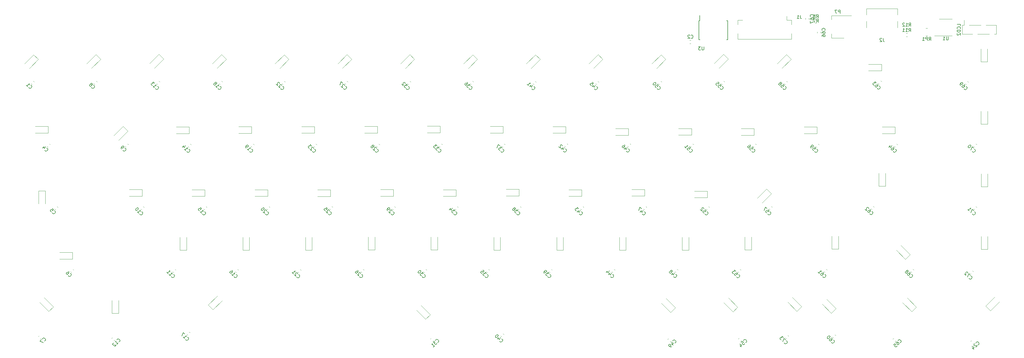
<source format=gbo>
G04 #@! TF.GenerationSoftware,KiCad,Pcbnew,5.1.5*
G04 #@! TF.CreationDate,2020-04-09T00:31:28+02:00*
G04 #@! TF.ProjectId,FullKeyboardV1,46756c6c-4b65-4796-926f-61726456312e,rev?*
G04 #@! TF.SameCoordinates,Original*
G04 #@! TF.FileFunction,Legend,Bot*
G04 #@! TF.FilePolarity,Positive*
%FSLAX46Y46*%
G04 Gerber Fmt 4.6, Leading zero omitted, Abs format (unit mm)*
G04 Created by KiCad (PCBNEW 5.1.5) date 2020-04-09 00:31:28*
%MOMM*%
%LPD*%
G04 APERTURE LIST*
%ADD10C,0.120000*%
%ADD11C,0.150000*%
G04 APERTURE END LIST*
D10*
X273545000Y-54745000D02*
X270095000Y-54745000D01*
X273545000Y-54745000D02*
X275495000Y-54745000D01*
X273545000Y-49625000D02*
X271595000Y-49625000D01*
X273545000Y-49625000D02*
X275495000Y-49625000D01*
X261902779Y-53360000D02*
X261577221Y-53360000D01*
X261902779Y-52340000D02*
X261577221Y-52340000D01*
X261892779Y-55000000D02*
X261567221Y-55000000D01*
X261892779Y-53980000D02*
X261567221Y-53980000D01*
X234382779Y-49340000D02*
X234057221Y-49340000D01*
X234382779Y-48320000D02*
X234057221Y-48320000D01*
X234037221Y-49940000D02*
X234362779Y-49940000D01*
X234037221Y-50960000D02*
X234362779Y-50960000D01*
X285700000Y-51545000D02*
X288810000Y-51545000D01*
X280620000Y-51545000D02*
X284180000Y-51545000D01*
X283160000Y-54205000D02*
X286720000Y-54205000D01*
X288240000Y-54205000D02*
X288810000Y-54205000D01*
X278530000Y-51545000D02*
X279100000Y-51545000D01*
X279100000Y-51545000D02*
X279100000Y-50025000D01*
X278530000Y-54205000D02*
X281640000Y-54205000D01*
X288810000Y-51545000D02*
X288810000Y-54205000D01*
X278530000Y-51545000D02*
X278530000Y-54205000D01*
X231130000Y-49752779D02*
X231130000Y-49427221D01*
X232150000Y-49752779D02*
X232150000Y-49427221D01*
X234670000Y-53912779D02*
X234670000Y-53587221D01*
X235690000Y-53912779D02*
X235690000Y-53587221D01*
X225740522Y-145549273D02*
X225970727Y-145779478D01*
X225019273Y-146270522D02*
X225249478Y-146500727D01*
X287077843Y-138031371D02*
X289835559Y-135273655D01*
X285663629Y-136617157D02*
X288421345Y-133859441D01*
X287077843Y-138031371D02*
X285663629Y-136617157D01*
X281094273Y-147304478D02*
X281324478Y-147074273D01*
X281815522Y-148025727D02*
X282045727Y-147795522D01*
D11*
X199100000Y-50195000D02*
X199100000Y-48595000D01*
X207525000Y-50195000D02*
X207525000Y-55945000D01*
X198875000Y-50195000D02*
X198875000Y-55945000D01*
X207525000Y-50195000D02*
X207225000Y-50195000D01*
X207525000Y-55945000D02*
X207225000Y-55945000D01*
X198875000Y-55945000D02*
X199175000Y-55945000D01*
X198875000Y-50195000D02*
X199100000Y-50195000D01*
D10*
X249570000Y-46500000D02*
X258970000Y-46500000D01*
X258970000Y-52300000D02*
X258970000Y-50300000D01*
X258970000Y-48400000D02*
X258970000Y-46500000D01*
X249570000Y-52300000D02*
X249570000Y-50300000D01*
X249570000Y-48400000D02*
X249570000Y-46500000D01*
X264651371Y-136917157D02*
X261893655Y-134159441D01*
X263237157Y-138331371D02*
X260479441Y-135573655D01*
X264651371Y-136917157D02*
X263237157Y-138331371D01*
X286235000Y-119460000D02*
X286235000Y-115560000D01*
X284235000Y-119460000D02*
X284235000Y-115560000D01*
X286235000Y-119460000D02*
X284235000Y-119460000D01*
X286260000Y-100485000D02*
X286260000Y-96585000D01*
X284260000Y-100485000D02*
X284260000Y-96585000D01*
X286260000Y-100485000D02*
X284260000Y-100485000D01*
X286185000Y-81535000D02*
X286185000Y-77635000D01*
X284185000Y-81535000D02*
X284185000Y-77635000D01*
X286185000Y-81535000D02*
X284185000Y-81535000D01*
X286160000Y-62635000D02*
X286160000Y-58735000D01*
X284160000Y-62635000D02*
X284160000Y-58735000D01*
X286160000Y-62635000D02*
X284160000Y-62635000D01*
X240334823Y-137375609D02*
X237577107Y-134617893D01*
X238920609Y-138789823D02*
X236162893Y-136032107D01*
X240334823Y-137375609D02*
X238920609Y-138789823D01*
X255310000Y-100260000D02*
X255310000Y-96360000D01*
X253310000Y-100260000D02*
X253310000Y-96360000D01*
X255310000Y-100260000D02*
X253310000Y-100260000D01*
X258160000Y-82360000D02*
X254260000Y-82360000D01*
X258160000Y-84360000D02*
X254260000Y-84360000D01*
X258160000Y-82360000D02*
X258160000Y-84360000D01*
X254090000Y-63340000D02*
X250190000Y-63340000D01*
X254090000Y-65340000D02*
X250190000Y-65340000D01*
X254090000Y-63340000D02*
X254090000Y-65340000D01*
X229918097Y-136783883D02*
X227160381Y-134026167D01*
X228503883Y-138198097D02*
X225746167Y-135440381D01*
X229918097Y-136783883D02*
X228503883Y-138198097D01*
X241060000Y-119360000D02*
X241060000Y-115460000D01*
X239060000Y-119360000D02*
X239060000Y-115460000D01*
X241060000Y-119360000D02*
X239060000Y-119360000D01*
X262748097Y-121043883D02*
X259990381Y-118286167D01*
X261333883Y-122458097D02*
X258576167Y-119700381D01*
X262748097Y-121043883D02*
X261333883Y-122458097D01*
X234590000Y-82370000D02*
X230690000Y-82370000D01*
X234590000Y-84370000D02*
X230690000Y-84370000D01*
X234590000Y-82370000D02*
X234590000Y-84370000D01*
X225343883Y-60411903D02*
X222586167Y-63169619D01*
X226758097Y-61826117D02*
X224000381Y-64583833D01*
X225343883Y-60411903D02*
X226758097Y-61826117D01*
X210568097Y-136958883D02*
X207810381Y-134201167D01*
X209153883Y-138373097D02*
X206396167Y-135615381D01*
X210568097Y-136958883D02*
X209153883Y-138373097D01*
X214770000Y-119630000D02*
X214770000Y-115730000D01*
X212770000Y-119630000D02*
X212770000Y-115730000D01*
X214770000Y-119630000D02*
X212770000Y-119630000D01*
X219337763Y-101168023D02*
X216580047Y-103925739D01*
X220751977Y-102582237D02*
X217994261Y-105339953D01*
X219337763Y-101168023D02*
X220751977Y-102582237D01*
X215550000Y-82890000D02*
X211650000Y-82890000D01*
X215550000Y-84890000D02*
X211650000Y-84890000D01*
X215550000Y-82890000D02*
X215550000Y-84890000D01*
X206293883Y-60361903D02*
X203536167Y-63119619D01*
X207708097Y-61776117D02*
X204950381Y-64533833D01*
X206293883Y-60361903D02*
X207708097Y-61776117D01*
X191693097Y-137108883D02*
X188935381Y-134351167D01*
X190278883Y-138523097D02*
X187521167Y-135765381D01*
X191693097Y-137108883D02*
X190278883Y-138523097D01*
X195770000Y-119670000D02*
X195770000Y-115770000D01*
X193770000Y-119670000D02*
X193770000Y-115770000D01*
X195770000Y-119670000D02*
X193770000Y-119670000D01*
X201355000Y-101790000D02*
X197455000Y-101790000D01*
X201355000Y-103790000D02*
X197455000Y-103790000D01*
X201355000Y-101790000D02*
X201355000Y-103790000D01*
X196600000Y-82830000D02*
X192700000Y-82830000D01*
X196600000Y-84830000D02*
X192700000Y-84830000D01*
X196600000Y-82830000D02*
X196600000Y-84830000D01*
X187393883Y-60461903D02*
X184636167Y-63219619D01*
X188808097Y-61876117D02*
X186050381Y-64633833D01*
X187393883Y-60461903D02*
X188808097Y-61876117D01*
X176760000Y-119680000D02*
X176760000Y-115780000D01*
X174760000Y-119680000D02*
X174760000Y-115780000D01*
X176760000Y-119680000D02*
X174760000Y-119680000D01*
X182450000Y-101290000D02*
X178550000Y-101290000D01*
X182450000Y-103290000D02*
X178550000Y-103290000D01*
X182450000Y-101290000D02*
X182450000Y-103290000D01*
X177540000Y-82850000D02*
X173640000Y-82850000D01*
X177540000Y-84850000D02*
X173640000Y-84850000D01*
X177540000Y-82850000D02*
X177540000Y-84850000D01*
X168343883Y-60411903D02*
X165586167Y-63169619D01*
X169758097Y-61826117D02*
X167000381Y-64583833D01*
X168343883Y-60411903D02*
X169758097Y-61826117D01*
X157800000Y-119650000D02*
X157800000Y-115750000D01*
X155800000Y-119650000D02*
X155800000Y-115750000D01*
X157800000Y-119650000D02*
X155800000Y-119650000D01*
X163390000Y-101370000D02*
X159490000Y-101370000D01*
X163390000Y-103370000D02*
X159490000Y-103370000D01*
X163390000Y-101370000D02*
X163390000Y-103370000D01*
X158545000Y-82250000D02*
X154645000Y-82250000D01*
X158545000Y-84250000D02*
X154645000Y-84250000D01*
X158545000Y-82250000D02*
X158545000Y-84250000D01*
X149393883Y-60461903D02*
X146636167Y-63219619D01*
X150808097Y-61876117D02*
X148050381Y-64633833D01*
X149393883Y-60461903D02*
X150808097Y-61876117D01*
X138760000Y-119660000D02*
X138760000Y-115760000D01*
X136760000Y-119660000D02*
X136760000Y-115760000D01*
X138760000Y-119660000D02*
X136760000Y-119660000D01*
X144380000Y-101250000D02*
X140480000Y-101250000D01*
X144380000Y-103250000D02*
X140480000Y-103250000D01*
X144380000Y-101250000D02*
X144380000Y-103250000D01*
X139545000Y-82200000D02*
X135645000Y-82200000D01*
X139545000Y-84200000D02*
X135645000Y-84200000D01*
X139545000Y-82200000D02*
X139545000Y-84200000D01*
X130393883Y-60461903D02*
X127636167Y-63219619D01*
X131808097Y-61876117D02*
X129050381Y-64633833D01*
X130393883Y-60461903D02*
X131808097Y-61876117D01*
X117568097Y-139203883D02*
X114810381Y-136446167D01*
X116153883Y-140618097D02*
X113396167Y-137860381D01*
X117568097Y-139203883D02*
X116153883Y-140618097D01*
X119740000Y-119625000D02*
X119740000Y-115725000D01*
X117740000Y-119625000D02*
X117740000Y-115725000D01*
X119740000Y-119625000D02*
X117740000Y-119625000D01*
X125380000Y-101360000D02*
X121480000Y-101360000D01*
X125380000Y-103360000D02*
X121480000Y-103360000D01*
X125380000Y-101360000D02*
X125380000Y-103360000D01*
X120535000Y-82130000D02*
X116635000Y-82130000D01*
X120535000Y-84130000D02*
X116635000Y-84130000D01*
X120535000Y-82130000D02*
X120535000Y-84130000D01*
X111350003Y-60455783D02*
X108592287Y-63213499D01*
X112764217Y-61869997D02*
X110006501Y-64627713D01*
X111350003Y-60455783D02*
X112764217Y-61869997D01*
X100780000Y-119640000D02*
X100780000Y-115740000D01*
X98780000Y-119640000D02*
X98780000Y-115740000D01*
X100780000Y-119640000D02*
X98780000Y-119640000D01*
X106360000Y-101350000D02*
X102460000Y-101350000D01*
X106360000Y-103350000D02*
X102460000Y-103350000D01*
X106360000Y-101350000D02*
X106360000Y-103350000D01*
X101545000Y-82190000D02*
X97645000Y-82190000D01*
X101545000Y-84190000D02*
X97645000Y-84190000D01*
X101545000Y-82190000D02*
X101545000Y-84190000D01*
X92343883Y-60411903D02*
X89586167Y-63169619D01*
X93758097Y-61826117D02*
X91000381Y-64583833D01*
X92343883Y-60411903D02*
X93758097Y-61826117D01*
X81790000Y-119710000D02*
X81790000Y-115810000D01*
X79790000Y-119710000D02*
X79790000Y-115810000D01*
X81790000Y-119710000D02*
X79790000Y-119710000D01*
X87340000Y-101400000D02*
X83440000Y-101400000D01*
X87340000Y-103400000D02*
X83440000Y-103400000D01*
X87340000Y-101400000D02*
X87340000Y-103400000D01*
X82520000Y-82250000D02*
X78620000Y-82250000D01*
X82520000Y-84250000D02*
X78620000Y-84250000D01*
X82520000Y-82250000D02*
X82520000Y-84250000D01*
X73343883Y-60461903D02*
X70586167Y-63219619D01*
X74758097Y-61876117D02*
X72000381Y-64633833D01*
X73343883Y-60461903D02*
X74758097Y-61876117D01*
X62820000Y-119710000D02*
X62820000Y-115810000D01*
X60820000Y-119710000D02*
X60820000Y-115810000D01*
X62820000Y-119710000D02*
X60820000Y-119710000D01*
X68350000Y-101360000D02*
X64450000Y-101360000D01*
X68350000Y-103360000D02*
X64450000Y-103360000D01*
X68350000Y-101360000D02*
X68350000Y-103360000D01*
X63480000Y-82280000D02*
X59580000Y-82280000D01*
X63480000Y-84280000D02*
X59580000Y-84280000D01*
X63480000Y-82280000D02*
X63480000Y-84280000D01*
X54393883Y-60411903D02*
X51636167Y-63169619D01*
X55808097Y-61826117D02*
X53050381Y-64583833D01*
X54393883Y-60411903D02*
X55808097Y-61826117D01*
X51777843Y-137731371D02*
X54535559Y-134973655D01*
X50363629Y-136317157D02*
X53121345Y-133559441D01*
X51777843Y-137731371D02*
X50363629Y-136317157D01*
X43820000Y-119650000D02*
X43820000Y-115750000D01*
X41820000Y-119650000D02*
X41820000Y-115750000D01*
X43820000Y-119650000D02*
X41820000Y-119650000D01*
X49350000Y-101370000D02*
X45450000Y-101370000D01*
X49350000Y-103370000D02*
X45450000Y-103370000D01*
X49350000Y-101370000D02*
X49350000Y-103370000D01*
X44610000Y-82360000D02*
X40710000Y-82360000D01*
X44610000Y-84360000D02*
X40710000Y-84360000D01*
X44610000Y-82360000D02*
X44610000Y-84360000D01*
X35437763Y-60368023D02*
X32680047Y-63125739D01*
X36851977Y-61782237D02*
X34094261Y-64539953D01*
X35437763Y-60368023D02*
X36851977Y-61782237D01*
X23220000Y-138850000D02*
X23220000Y-134950000D01*
X21220000Y-138850000D02*
X21220000Y-134950000D01*
X23220000Y-138850000D02*
X21220000Y-138850000D01*
X30375000Y-101350000D02*
X26475000Y-101350000D01*
X30375000Y-103350000D02*
X26475000Y-103350000D01*
X30375000Y-101350000D02*
X30375000Y-103350000D01*
X24593883Y-82211903D02*
X21836167Y-84969619D01*
X26008097Y-83626117D02*
X23250381Y-86383833D01*
X24593883Y-82211903D02*
X26008097Y-83626117D01*
X16387763Y-60418023D02*
X13630047Y-63175739D01*
X17801977Y-61832237D02*
X15044261Y-64589953D01*
X16387763Y-60418023D02*
X17801977Y-61832237D01*
X3508097Y-136843883D02*
X750381Y-134086167D01*
X2093883Y-138258097D02*
X-663833Y-135500381D01*
X3508097Y-136843883D02*
X2093883Y-138258097D01*
X9260000Y-120360000D02*
X5360000Y-120360000D01*
X9260000Y-122360000D02*
X5360000Y-122360000D01*
X9260000Y-120360000D02*
X9260000Y-122360000D01*
X-930000Y-101735000D02*
X-930000Y-105635000D01*
X1070000Y-101735000D02*
X1070000Y-105635000D01*
X-930000Y-101735000D02*
X1070000Y-101735000D01*
X1875000Y-82180000D02*
X-2025000Y-82180000D01*
X1875000Y-84180000D02*
X-2025000Y-84180000D01*
X1875000Y-82180000D02*
X1875000Y-84180000D01*
X-2456117Y-60461903D02*
X-5213833Y-63219619D01*
X-1041903Y-61876117D02*
X-3799619Y-64633833D01*
X-2456117Y-60461903D02*
X-1041903Y-61876117D01*
X281658675Y-125957426D02*
X281888880Y-126187631D01*
X280937426Y-126678675D02*
X281167631Y-126908880D01*
X282680522Y-106459273D02*
X282910727Y-106689478D01*
X281959273Y-107180522D02*
X282189478Y-107410727D01*
X282655522Y-87484273D02*
X282885727Y-87714478D01*
X281934273Y-88205522D02*
X282164478Y-88435727D01*
X280165522Y-68544273D02*
X280395727Y-68774478D01*
X279444273Y-69265522D02*
X279674478Y-69495727D01*
X263655522Y-125459273D02*
X263885727Y-125689478D01*
X262934273Y-126180522D02*
X263164478Y-126410727D01*
X257531120Y-146647631D02*
X257761325Y-146417426D01*
X258252369Y-147368880D02*
X258482574Y-147138675D01*
X258725192Y-87503943D02*
X258955397Y-87734148D01*
X258003943Y-88225192D02*
X258234148Y-88455397D01*
X253875192Y-68403943D02*
X254105397Y-68634148D01*
X253153943Y-69125192D02*
X253384148Y-69355397D01*
X251625192Y-106403943D02*
X251855397Y-106634148D01*
X250903943Y-107125192D02*
X251134148Y-107355397D01*
X237405522Y-125459273D02*
X237635727Y-125689478D01*
X236684273Y-126180522D02*
X236914478Y-126410727D01*
X240008675Y-145317426D02*
X240238880Y-145547631D01*
X239287426Y-146038675D02*
X239517631Y-146268880D01*
X234955522Y-87534273D02*
X235185727Y-87764478D01*
X234234273Y-88255522D02*
X234464478Y-88485727D01*
X225375192Y-68503943D02*
X225605397Y-68734148D01*
X224653943Y-69225192D02*
X224884148Y-69455397D01*
X220775192Y-106453943D02*
X221005397Y-106684148D01*
X220053943Y-107175192D02*
X220284148Y-107405397D01*
X215955522Y-87484273D02*
X216185727Y-87714478D01*
X215234273Y-88205522D02*
X215464478Y-88435727D01*
X206355522Y-68484273D02*
X206585727Y-68714478D01*
X205634273Y-69205522D02*
X205864478Y-69435727D01*
X210754273Y-146604478D02*
X210984478Y-146374273D01*
X211475522Y-147325727D02*
X211705727Y-147095522D01*
X211325192Y-125503943D02*
X211555397Y-125734148D01*
X210603943Y-126225192D02*
X210834148Y-126455397D01*
X201765522Y-106504273D02*
X201995727Y-106734478D01*
X201044273Y-107225522D02*
X201274478Y-107455727D01*
X197005522Y-87484273D02*
X197235727Y-87714478D01*
X196284273Y-88205522D02*
X196514478Y-88435727D01*
X187325192Y-68503943D02*
X187555397Y-68734148D01*
X186603943Y-69225192D02*
X186834148Y-69455397D01*
X189387426Y-146731325D02*
X189617631Y-146501120D01*
X190108675Y-147452574D02*
X190338880Y-147222369D01*
X192275192Y-125453943D02*
X192505397Y-125684148D01*
X191553943Y-126175192D02*
X191784148Y-126405397D01*
X182805522Y-106484273D02*
X183035727Y-106714478D01*
X182084273Y-107205522D02*
X182314478Y-107435727D01*
X177975192Y-87453943D02*
X178205397Y-87684148D01*
X177253943Y-88175192D02*
X177484148Y-88405397D01*
X168305522Y-68534273D02*
X168535727Y-68764478D01*
X167584273Y-69255522D02*
X167814478Y-69485727D01*
X173205522Y-125484273D02*
X173435727Y-125714478D01*
X172484273Y-126205522D02*
X172714478Y-126435727D01*
X163755522Y-106484273D02*
X163985727Y-106714478D01*
X163034273Y-107205522D02*
X163264478Y-107435727D01*
X158925192Y-87453943D02*
X159155397Y-87684148D01*
X158203943Y-88175192D02*
X158434148Y-88405397D01*
X149355522Y-68534273D02*
X149585727Y-68764478D01*
X148634273Y-69255522D02*
X148864478Y-69485727D01*
X139597369Y-144981120D02*
X139827574Y-145211325D01*
X138876120Y-145702369D02*
X139106325Y-145932574D01*
X154205522Y-125484273D02*
X154435727Y-125714478D01*
X153484273Y-126205522D02*
X153714478Y-126435727D01*
X144805522Y-106484273D02*
X145035727Y-106714478D01*
X144084273Y-107205522D02*
X144314478Y-107435727D01*
X139955522Y-87484273D02*
X140185727Y-87714478D01*
X139234273Y-88205522D02*
X139464478Y-88435727D01*
X130355522Y-68484273D02*
X130585727Y-68714478D01*
X129634273Y-69205522D02*
X129864478Y-69435727D01*
X135205522Y-125484273D02*
X135435727Y-125714478D01*
X134484273Y-126205522D02*
X134714478Y-126435727D01*
X125755522Y-106484273D02*
X125985727Y-106714478D01*
X125034273Y-107205522D02*
X125264478Y-107435727D01*
X120955522Y-87484273D02*
X121185727Y-87714478D01*
X120234273Y-88205522D02*
X120464478Y-88435727D01*
X111375192Y-68503943D02*
X111605397Y-68734148D01*
X110653943Y-69225192D02*
X110884148Y-69455397D01*
X117591120Y-146567631D02*
X117821325Y-146337426D01*
X118312369Y-147288880D02*
X118542574Y-147058675D01*
X116205522Y-125484273D02*
X116435727Y-125714478D01*
X115484273Y-126205522D02*
X115714478Y-126435727D01*
X106755522Y-106484273D02*
X106985727Y-106714478D01*
X106034273Y-107205522D02*
X106264478Y-107435727D01*
X101975192Y-87503943D02*
X102205397Y-87734148D01*
X101253943Y-88225192D02*
X101484148Y-88455397D01*
X92375192Y-68453943D02*
X92605397Y-68684148D01*
X91653943Y-69175192D02*
X91884148Y-69405397D01*
X97255522Y-125484273D02*
X97485727Y-125714478D01*
X96534273Y-126205522D02*
X96764478Y-126435727D01*
X87775192Y-106453943D02*
X88005397Y-106684148D01*
X87053943Y-107175192D02*
X87284148Y-107405397D01*
X82975192Y-87503943D02*
X83205397Y-87734148D01*
X82253943Y-88225192D02*
X82484148Y-88455397D01*
X73375192Y-68503943D02*
X73605397Y-68734148D01*
X72653943Y-69225192D02*
X72884148Y-69455397D01*
X78205522Y-125534273D02*
X78435727Y-125764478D01*
X77484273Y-126255522D02*
X77714478Y-126485727D01*
X68755522Y-106484273D02*
X68985727Y-106714478D01*
X68034273Y-107205522D02*
X68264478Y-107435727D01*
X63975192Y-87503943D02*
X64205397Y-87734148D01*
X63253943Y-88225192D02*
X63484148Y-88455397D01*
X54405522Y-68484273D02*
X54635727Y-68714478D01*
X53684273Y-69205522D02*
X53914478Y-69435727D01*
X44588675Y-144467426D02*
X44818880Y-144697631D01*
X43867426Y-145188675D02*
X44097631Y-145418880D01*
X59255522Y-125484273D02*
X59485727Y-125714478D01*
X58534273Y-126205522D02*
X58764478Y-126435727D01*
X49725192Y-106484273D02*
X49955397Y-106714478D01*
X49003943Y-107205522D02*
X49234148Y-107435727D01*
X44955522Y-87534273D02*
X45185727Y-87764478D01*
X44234273Y-88255522D02*
X44464478Y-88485727D01*
X35455522Y-68484273D02*
X35685727Y-68714478D01*
X34734273Y-69205522D02*
X34964478Y-69435727D01*
X21107426Y-146421325D02*
X21337631Y-146191120D01*
X21828675Y-147142574D02*
X22058880Y-146912369D01*
X40305522Y-125484273D02*
X40535727Y-125714478D01*
X39584273Y-126205522D02*
X39814478Y-126435727D01*
X30705522Y-106484273D02*
X30935727Y-106714478D01*
X29984273Y-107205522D02*
X30214478Y-107435727D01*
X25955522Y-87484273D02*
X26185727Y-87714478D01*
X25234273Y-88205522D02*
X25464478Y-88435727D01*
X16455522Y-68484273D02*
X16685727Y-68714478D01*
X15734273Y-69205522D02*
X15964478Y-69435727D01*
X-1068880Y-145807631D02*
X-838675Y-145577426D01*
X-347631Y-146528880D02*
X-117426Y-146298675D01*
X9405522Y-125484273D02*
X9635727Y-125714478D01*
X8684273Y-126205522D02*
X8914478Y-126435727D01*
X4605522Y-106484273D02*
X4835727Y-106714478D01*
X3884273Y-107205522D02*
X4114478Y-107435727D01*
X2305522Y-87484273D02*
X2535727Y-87714478D01*
X1584273Y-88205522D02*
X1814478Y-88435727D01*
X-2544478Y-68484273D02*
X-2314273Y-68714478D01*
X-3265727Y-69205522D02*
X-3035522Y-69435727D01*
X225410000Y-50000000D02*
X225410000Y-48800000D01*
X210600000Y-55800000D02*
X210600000Y-54060000D01*
X226900000Y-55800000D02*
X210600000Y-55800000D01*
X226900000Y-54060000D02*
X226900000Y-55800000D01*
X210600000Y-50000000D02*
X210600000Y-51340000D01*
X212090000Y-50000000D02*
X210600000Y-50000000D01*
X226900000Y-50000000D02*
X226900000Y-51340000D01*
X225410000Y-50000000D02*
X226900000Y-50000000D01*
X268020000Y-52485000D02*
X267520000Y-52485000D01*
X268020000Y-54765000D02*
X267520000Y-54765000D01*
X244945000Y-48615000D02*
X238935000Y-48615000D01*
X242695000Y-55435000D02*
X238935000Y-55435000D01*
X238935000Y-48615000D02*
X238935000Y-49875000D01*
X238935000Y-55435000D02*
X238935000Y-54175000D01*
X196087221Y-56060000D02*
X196412779Y-56060000D01*
X196087221Y-57080000D02*
X196412779Y-57080000D01*
D11*
X274306904Y-55037380D02*
X274306904Y-55846904D01*
X274259285Y-55942142D01*
X274211666Y-55989761D01*
X274116428Y-56037380D01*
X273925952Y-56037380D01*
X273830714Y-55989761D01*
X273783095Y-55942142D01*
X273735476Y-55846904D01*
X273735476Y-55037380D01*
X272735476Y-56037380D02*
X273306904Y-56037380D01*
X273021190Y-56037380D02*
X273021190Y-55037380D01*
X273116428Y-55180238D01*
X273211666Y-55275476D01*
X273306904Y-55323095D01*
X262382857Y-51872380D02*
X262716190Y-51396190D01*
X262954285Y-51872380D02*
X262954285Y-50872380D01*
X262573333Y-50872380D01*
X262478095Y-50920000D01*
X262430476Y-50967619D01*
X262382857Y-51062857D01*
X262382857Y-51205714D01*
X262430476Y-51300952D01*
X262478095Y-51348571D01*
X262573333Y-51396190D01*
X262954285Y-51396190D01*
X261430476Y-51872380D02*
X262001904Y-51872380D01*
X261716190Y-51872380D02*
X261716190Y-50872380D01*
X261811428Y-51015238D01*
X261906666Y-51110476D01*
X262001904Y-51158095D01*
X261049523Y-50967619D02*
X261001904Y-50920000D01*
X260906666Y-50872380D01*
X260668571Y-50872380D01*
X260573333Y-50920000D01*
X260525714Y-50967619D01*
X260478095Y-51062857D01*
X260478095Y-51158095D01*
X260525714Y-51300952D01*
X261097142Y-51872380D01*
X260478095Y-51872380D01*
X262372857Y-53512380D02*
X262706190Y-53036190D01*
X262944285Y-53512380D02*
X262944285Y-52512380D01*
X262563333Y-52512380D01*
X262468095Y-52560000D01*
X262420476Y-52607619D01*
X262372857Y-52702857D01*
X262372857Y-52845714D01*
X262420476Y-52940952D01*
X262468095Y-52988571D01*
X262563333Y-53036190D01*
X262944285Y-53036190D01*
X261420476Y-53512380D02*
X261991904Y-53512380D01*
X261706190Y-53512380D02*
X261706190Y-52512380D01*
X261801428Y-52655238D01*
X261896666Y-52750476D01*
X261991904Y-52798095D01*
X260468095Y-53512380D02*
X261039523Y-53512380D01*
X260753809Y-53512380D02*
X260753809Y-52512380D01*
X260849047Y-52655238D01*
X260944285Y-52750476D01*
X261039523Y-52798095D01*
X234436666Y-50682380D02*
X234770000Y-50206190D01*
X235008095Y-50682380D02*
X235008095Y-49682380D01*
X234627142Y-49682380D01*
X234531904Y-49730000D01*
X234484285Y-49777619D01*
X234436666Y-49872857D01*
X234436666Y-50015714D01*
X234484285Y-50110952D01*
X234531904Y-50158571D01*
X234627142Y-50206190D01*
X235008095Y-50206190D01*
X234103333Y-49682380D02*
X233436666Y-49682380D01*
X233865238Y-50682380D01*
X234391666Y-49352380D02*
X234725000Y-48876190D01*
X234963095Y-49352380D02*
X234963095Y-48352380D01*
X234582142Y-48352380D01*
X234486904Y-48400000D01*
X234439285Y-48447619D01*
X234391666Y-48542857D01*
X234391666Y-48685714D01*
X234439285Y-48780952D01*
X234486904Y-48828571D01*
X234582142Y-48876190D01*
X234963095Y-48876190D01*
X233534523Y-48352380D02*
X233725000Y-48352380D01*
X233820238Y-48400000D01*
X233867857Y-48447619D01*
X233963095Y-48590476D01*
X234010714Y-48780952D01*
X234010714Y-49161904D01*
X233963095Y-49257142D01*
X233915476Y-49304761D01*
X233820238Y-49352380D01*
X233629761Y-49352380D01*
X233534523Y-49304761D01*
X233486904Y-49257142D01*
X233439285Y-49161904D01*
X233439285Y-48923809D01*
X233486904Y-48828571D01*
X233534523Y-48780952D01*
X233629761Y-48733333D01*
X233820238Y-48733333D01*
X233915476Y-48780952D01*
X233963095Y-48828571D01*
X234010714Y-48923809D01*
X277982380Y-51708333D02*
X277982380Y-51232142D01*
X276982380Y-51232142D01*
X277887142Y-52613095D02*
X277934761Y-52565476D01*
X277982380Y-52422619D01*
X277982380Y-52327380D01*
X277934761Y-52184523D01*
X277839523Y-52089285D01*
X277744285Y-52041666D01*
X277553809Y-51994047D01*
X277410952Y-51994047D01*
X277220476Y-52041666D01*
X277125238Y-52089285D01*
X277030000Y-52184523D01*
X276982380Y-52327380D01*
X276982380Y-52422619D01*
X277030000Y-52565476D01*
X277077619Y-52613095D01*
X277982380Y-53041666D02*
X276982380Y-53041666D01*
X276982380Y-53279761D01*
X277030000Y-53422619D01*
X277125238Y-53517857D01*
X277220476Y-53565476D01*
X277410952Y-53613095D01*
X277553809Y-53613095D01*
X277744285Y-53565476D01*
X277839523Y-53517857D01*
X277934761Y-53422619D01*
X277982380Y-53279761D01*
X277982380Y-53041666D01*
X277077619Y-53994047D02*
X277030000Y-54041666D01*
X276982380Y-54136904D01*
X276982380Y-54375000D01*
X277030000Y-54470238D01*
X277077619Y-54517857D01*
X277172857Y-54565476D01*
X277268095Y-54565476D01*
X277410952Y-54517857D01*
X277982380Y-53946428D01*
X277982380Y-54565476D01*
X233427142Y-48947142D02*
X233474761Y-48899523D01*
X233522380Y-48756666D01*
X233522380Y-48661428D01*
X233474761Y-48518571D01*
X233379523Y-48423333D01*
X233284285Y-48375714D01*
X233093809Y-48328095D01*
X232950952Y-48328095D01*
X232760476Y-48375714D01*
X232665238Y-48423333D01*
X232570000Y-48518571D01*
X232522380Y-48661428D01*
X232522380Y-48756666D01*
X232570000Y-48899523D01*
X232617619Y-48947142D01*
X232522380Y-49804285D02*
X232522380Y-49613809D01*
X232570000Y-49518571D01*
X232617619Y-49470952D01*
X232760476Y-49375714D01*
X232950952Y-49328095D01*
X233331904Y-49328095D01*
X233427142Y-49375714D01*
X233474761Y-49423333D01*
X233522380Y-49518571D01*
X233522380Y-49709047D01*
X233474761Y-49804285D01*
X233427142Y-49851904D01*
X233331904Y-49899523D01*
X233093809Y-49899523D01*
X232998571Y-49851904D01*
X232950952Y-49804285D01*
X232903333Y-49709047D01*
X232903333Y-49518571D01*
X232950952Y-49423333D01*
X232998571Y-49375714D01*
X233093809Y-49328095D01*
X232522380Y-50232857D02*
X232522380Y-50899523D01*
X233522380Y-50470952D01*
X236967142Y-53107142D02*
X237014761Y-53059523D01*
X237062380Y-52916666D01*
X237062380Y-52821428D01*
X237014761Y-52678571D01*
X236919523Y-52583333D01*
X236824285Y-52535714D01*
X236633809Y-52488095D01*
X236490952Y-52488095D01*
X236300476Y-52535714D01*
X236205238Y-52583333D01*
X236110000Y-52678571D01*
X236062380Y-52821428D01*
X236062380Y-52916666D01*
X236110000Y-53059523D01*
X236157619Y-53107142D01*
X236062380Y-53964285D02*
X236062380Y-53773809D01*
X236110000Y-53678571D01*
X236157619Y-53630952D01*
X236300476Y-53535714D01*
X236490952Y-53488095D01*
X236871904Y-53488095D01*
X236967142Y-53535714D01*
X237014761Y-53583333D01*
X237062380Y-53678571D01*
X237062380Y-53869047D01*
X237014761Y-53964285D01*
X236967142Y-54011904D01*
X236871904Y-54059523D01*
X236633809Y-54059523D01*
X236538571Y-54011904D01*
X236490952Y-53964285D01*
X236443333Y-53869047D01*
X236443333Y-53678571D01*
X236490952Y-53583333D01*
X236538571Y-53535714D01*
X236633809Y-53488095D01*
X236062380Y-54916666D02*
X236062380Y-54726190D01*
X236110000Y-54630952D01*
X236157619Y-54583333D01*
X236300476Y-54488095D01*
X236490952Y-54440476D01*
X236871904Y-54440476D01*
X236967142Y-54488095D01*
X237014761Y-54535714D01*
X237062380Y-54630952D01*
X237062380Y-54821428D01*
X237014761Y-54916666D01*
X236967142Y-54964285D01*
X236871904Y-55011904D01*
X236633809Y-55011904D01*
X236538571Y-54964285D01*
X236490952Y-54916666D01*
X236443333Y-54821428D01*
X236443333Y-54630952D01*
X236490952Y-54535714D01*
X236538571Y-54488095D01*
X236633809Y-54440476D01*
X224685867Y-147743269D02*
X224685867Y-147810613D01*
X224753211Y-147945300D01*
X224820554Y-148012643D01*
X224955241Y-148079987D01*
X225089928Y-148079987D01*
X225190943Y-148046315D01*
X225359302Y-147945300D01*
X225460317Y-147844285D01*
X225561333Y-147675926D01*
X225595004Y-147574911D01*
X225595004Y-147440224D01*
X225527661Y-147305537D01*
X225460317Y-147238193D01*
X225325630Y-147170850D01*
X225258287Y-147170850D01*
X225089928Y-146867804D02*
X224618524Y-146396399D01*
X224214462Y-147406552D01*
X224416493Y-146194369D02*
X223978760Y-145756636D01*
X223945088Y-146261712D01*
X223844073Y-146160697D01*
X223743058Y-146127025D01*
X223675714Y-146127025D01*
X223574699Y-146160697D01*
X223406340Y-146329056D01*
X223372669Y-146430071D01*
X223372669Y-146497414D01*
X223406340Y-146598430D01*
X223608371Y-146800460D01*
X223709386Y-146834132D01*
X223776730Y-146834132D01*
X283288269Y-148359132D02*
X283355613Y-148359132D01*
X283490300Y-148291788D01*
X283557643Y-148224445D01*
X283624987Y-148089758D01*
X283624987Y-147955071D01*
X283591315Y-147854056D01*
X283490300Y-147685697D01*
X283389285Y-147584682D01*
X283220926Y-147483666D01*
X283119911Y-147449995D01*
X282985224Y-147449995D01*
X282850537Y-147517338D01*
X282783193Y-147584682D01*
X282715850Y-147719369D01*
X282715850Y-147786712D01*
X282446475Y-148056086D02*
X282379132Y-148056086D01*
X282278117Y-148089758D01*
X282109758Y-148258117D01*
X282076086Y-148359132D01*
X282076086Y-148426475D01*
X282109758Y-148527491D01*
X282177101Y-148594834D01*
X282311788Y-148662178D01*
X283119911Y-148662178D01*
X282682178Y-149099911D01*
X281604682Y-149234598D02*
X282076086Y-149706002D01*
X281503666Y-148796865D02*
X282177101Y-149133582D01*
X281739369Y-149571315D01*
X200331904Y-58042380D02*
X200331904Y-58851904D01*
X200284285Y-58947142D01*
X200236666Y-58994761D01*
X200141428Y-59042380D01*
X199950952Y-59042380D01*
X199855714Y-58994761D01*
X199808095Y-58947142D01*
X199760476Y-58851904D01*
X199760476Y-58042380D01*
X199379523Y-58042380D02*
X198760476Y-58042380D01*
X199093809Y-58423333D01*
X198950952Y-58423333D01*
X198855714Y-58470952D01*
X198808095Y-58518571D01*
X198760476Y-58613809D01*
X198760476Y-58851904D01*
X198808095Y-58947142D01*
X198855714Y-58994761D01*
X198950952Y-59042380D01*
X199236666Y-59042380D01*
X199331904Y-58994761D01*
X199379523Y-58947142D01*
X254603333Y-55497380D02*
X254603333Y-56211666D01*
X254650952Y-56354523D01*
X254746190Y-56449761D01*
X254889047Y-56497380D01*
X254984285Y-56497380D01*
X254174761Y-55592619D02*
X254127142Y-55545000D01*
X254031904Y-55497380D01*
X253793809Y-55497380D01*
X253698571Y-55545000D01*
X253650952Y-55592619D01*
X253603333Y-55687857D01*
X253603333Y-55783095D01*
X253650952Y-55925952D01*
X254222380Y-56497380D01*
X253603333Y-56497380D01*
X280604020Y-128151422D02*
X280604020Y-128218766D01*
X280671364Y-128353453D01*
X280738707Y-128420796D01*
X280873394Y-128488140D01*
X281008081Y-128488140D01*
X281109096Y-128454468D01*
X281277455Y-128353453D01*
X281378470Y-128252438D01*
X281479486Y-128084079D01*
X281513157Y-127983064D01*
X281513157Y-127848377D01*
X281445814Y-127713690D01*
X281378470Y-127646346D01*
X281243783Y-127579003D01*
X281176440Y-127579003D01*
X281008081Y-127275957D02*
X280536677Y-126804552D01*
X280132615Y-127814705D01*
X280233631Y-126636193D02*
X280233631Y-126568850D01*
X280199959Y-126467835D01*
X280031600Y-126299476D01*
X279930585Y-126265804D01*
X279863241Y-126265804D01*
X279762226Y-126299476D01*
X279694883Y-126366819D01*
X279627539Y-126501506D01*
X279627539Y-127309628D01*
X279189806Y-126871896D01*
X281625867Y-108653269D02*
X281625867Y-108720613D01*
X281693211Y-108855300D01*
X281760554Y-108922643D01*
X281895241Y-108989987D01*
X282029928Y-108989987D01*
X282130943Y-108956315D01*
X282299302Y-108855300D01*
X282400317Y-108754285D01*
X282501333Y-108585926D01*
X282535004Y-108484911D01*
X282535004Y-108350224D01*
X282467661Y-108215537D01*
X282400317Y-108148193D01*
X282265630Y-108080850D01*
X282198287Y-108080850D01*
X282029928Y-107777804D02*
X281558524Y-107306399D01*
X281154462Y-108316552D01*
X280211653Y-107373743D02*
X280615714Y-107777804D01*
X280413684Y-107575773D02*
X281120791Y-106868666D01*
X281087119Y-107037025D01*
X281087119Y-107171712D01*
X281120791Y-107272727D01*
X281600867Y-89678269D02*
X281600867Y-89745613D01*
X281668211Y-89880300D01*
X281735554Y-89947643D01*
X281870241Y-90014987D01*
X282004928Y-90014987D01*
X282105943Y-89981315D01*
X282274302Y-89880300D01*
X282375317Y-89779285D01*
X282476333Y-89610926D01*
X282510004Y-89509911D01*
X282510004Y-89375224D01*
X282442661Y-89240537D01*
X282375317Y-89173193D01*
X282240630Y-89105850D01*
X282173287Y-89105850D01*
X282004928Y-88802804D02*
X281533524Y-88331399D01*
X281129462Y-89341552D01*
X281129462Y-87927338D02*
X281062119Y-87859995D01*
X280961104Y-87826323D01*
X280893760Y-87826323D01*
X280792745Y-87859995D01*
X280624386Y-87961010D01*
X280456027Y-88129369D01*
X280355012Y-88297727D01*
X280321340Y-88398743D01*
X280321340Y-88466086D01*
X280355012Y-88567101D01*
X280422356Y-88634445D01*
X280523371Y-88668117D01*
X280590714Y-88668117D01*
X280691730Y-88634445D01*
X280860088Y-88533430D01*
X281028447Y-88365071D01*
X281129462Y-88196712D01*
X281163134Y-88095697D01*
X281163134Y-88028353D01*
X281129462Y-87927338D01*
X279110867Y-70738269D02*
X279110867Y-70805613D01*
X279178211Y-70940300D01*
X279245554Y-71007643D01*
X279380241Y-71074987D01*
X279514928Y-71074987D01*
X279615943Y-71041315D01*
X279784302Y-70940300D01*
X279885317Y-70839285D01*
X279986333Y-70670926D01*
X280020004Y-70569911D01*
X280020004Y-70435224D01*
X279952661Y-70300537D01*
X279885317Y-70233193D01*
X279750630Y-70165850D01*
X279683287Y-70165850D01*
X279144539Y-69492414D02*
X279279226Y-69627101D01*
X279312898Y-69728117D01*
X279312898Y-69795460D01*
X279279226Y-69963819D01*
X279178211Y-70132178D01*
X278908837Y-70401552D01*
X278807821Y-70435224D01*
X278740478Y-70435224D01*
X278639462Y-70401552D01*
X278504775Y-70266865D01*
X278471104Y-70165850D01*
X278471104Y-70098506D01*
X278504775Y-69997491D01*
X278673134Y-69829132D01*
X278774149Y-69795460D01*
X278841493Y-69795460D01*
X278942508Y-69829132D01*
X279077195Y-69963819D01*
X279110867Y-70064834D01*
X279110867Y-70132178D01*
X279077195Y-70233193D01*
X278033371Y-69795460D02*
X277898684Y-69660773D01*
X277865012Y-69559758D01*
X277865012Y-69492414D01*
X277898684Y-69324056D01*
X277999699Y-69155697D01*
X278269073Y-68886323D01*
X278370088Y-68852651D01*
X278437432Y-68852651D01*
X278538447Y-68886323D01*
X278673134Y-69021010D01*
X278706806Y-69122025D01*
X278706806Y-69189369D01*
X278673134Y-69290384D01*
X278504775Y-69458743D01*
X278403760Y-69492414D01*
X278336417Y-69492414D01*
X278235401Y-69458743D01*
X278100714Y-69324056D01*
X278067043Y-69223040D01*
X278067043Y-69155697D01*
X278100714Y-69054682D01*
X262600867Y-127653269D02*
X262600867Y-127720613D01*
X262668211Y-127855300D01*
X262735554Y-127922643D01*
X262870241Y-127989987D01*
X263004928Y-127989987D01*
X263105943Y-127956315D01*
X263274302Y-127855300D01*
X263375317Y-127754285D01*
X263476333Y-127585926D01*
X263510004Y-127484911D01*
X263510004Y-127350224D01*
X263442661Y-127215537D01*
X263375317Y-127148193D01*
X263240630Y-127080850D01*
X263173287Y-127080850D01*
X262634539Y-126407414D02*
X262769226Y-126542101D01*
X262802898Y-126643117D01*
X262802898Y-126710460D01*
X262769226Y-126878819D01*
X262668211Y-127047178D01*
X262398837Y-127316552D01*
X262297821Y-127350224D01*
X262230478Y-127350224D01*
X262129462Y-127316552D01*
X261994775Y-127181865D01*
X261961104Y-127080850D01*
X261961104Y-127013506D01*
X261994775Y-126912491D01*
X262163134Y-126744132D01*
X262264149Y-126710460D01*
X262331493Y-126710460D01*
X262432508Y-126744132D01*
X262567195Y-126878819D01*
X262600867Y-126979834D01*
X262600867Y-127047178D01*
X262567195Y-127148193D01*
X261860088Y-126239056D02*
X261961104Y-126272727D01*
X262028447Y-126272727D01*
X262129462Y-126239056D01*
X262163134Y-126205384D01*
X262196806Y-126104369D01*
X262196806Y-126037025D01*
X262163134Y-125936010D01*
X262028447Y-125801323D01*
X261927432Y-125767651D01*
X261860088Y-125767651D01*
X261759073Y-125801323D01*
X261725401Y-125834995D01*
X261691730Y-125936010D01*
X261691730Y-126003353D01*
X261725401Y-126104369D01*
X261860088Y-126239056D01*
X261893760Y-126340071D01*
X261893760Y-126407414D01*
X261860088Y-126508430D01*
X261725401Y-126643117D01*
X261624386Y-126676788D01*
X261557043Y-126676788D01*
X261456027Y-126643117D01*
X261321340Y-126508430D01*
X261287669Y-126407414D01*
X261287669Y-126340071D01*
X261321340Y-126239056D01*
X261456027Y-126104369D01*
X261557043Y-126070697D01*
X261624386Y-126070697D01*
X261725401Y-126104369D01*
X259725116Y-147702285D02*
X259792460Y-147702285D01*
X259927147Y-147634941D01*
X259994490Y-147567598D01*
X260061834Y-147432911D01*
X260061834Y-147298224D01*
X260028162Y-147197209D01*
X259927147Y-147028850D01*
X259826132Y-146927835D01*
X259657773Y-146826819D01*
X259556758Y-146793148D01*
X259422071Y-146793148D01*
X259287384Y-146860491D01*
X259220040Y-146927835D01*
X259152697Y-147062522D01*
X259152697Y-147129865D01*
X258479261Y-147668613D02*
X258613948Y-147533926D01*
X258714964Y-147500254D01*
X258782307Y-147500254D01*
X258950666Y-147533926D01*
X259119025Y-147634941D01*
X259388399Y-147904316D01*
X259422071Y-148005331D01*
X259422071Y-148072674D01*
X259388399Y-148173690D01*
X259253712Y-148308377D01*
X259152697Y-148342048D01*
X259085353Y-148342048D01*
X258984338Y-148308377D01*
X258815979Y-148140018D01*
X258782307Y-148039003D01*
X258782307Y-147971659D01*
X258815979Y-147870644D01*
X258950666Y-147735957D01*
X259051681Y-147702285D01*
X259119025Y-147702285D01*
X259220040Y-147735957D01*
X257772155Y-148375720D02*
X258108872Y-148039003D01*
X258479261Y-148342048D01*
X258411918Y-148342048D01*
X258310903Y-148375720D01*
X258142544Y-148544079D01*
X258108872Y-148645094D01*
X258108872Y-148712438D01*
X258142544Y-148813453D01*
X258310903Y-148981812D01*
X258411918Y-149015483D01*
X258479261Y-149015483D01*
X258580277Y-148981812D01*
X258748635Y-148813453D01*
X258782307Y-148712438D01*
X258782307Y-148645094D01*
X257670537Y-89697939D02*
X257670537Y-89765283D01*
X257737881Y-89899970D01*
X257805224Y-89967313D01*
X257939911Y-90034657D01*
X258074598Y-90034657D01*
X258175613Y-90000985D01*
X258343972Y-89899970D01*
X258444987Y-89798955D01*
X258546003Y-89630596D01*
X258579674Y-89529581D01*
X258579674Y-89394894D01*
X258512331Y-89260207D01*
X258444987Y-89192863D01*
X258310300Y-89125520D01*
X258242957Y-89125520D01*
X257704209Y-88452084D02*
X257838896Y-88586771D01*
X257872568Y-88687787D01*
X257872568Y-88755130D01*
X257838896Y-88923489D01*
X257737881Y-89091848D01*
X257468507Y-89361222D01*
X257367491Y-89394894D01*
X257300148Y-89394894D01*
X257199132Y-89361222D01*
X257064445Y-89226535D01*
X257030774Y-89125520D01*
X257030774Y-89058176D01*
X257064445Y-88957161D01*
X257232804Y-88788802D01*
X257333819Y-88755130D01*
X257401163Y-88755130D01*
X257502178Y-88788802D01*
X257636865Y-88923489D01*
X257670537Y-89024504D01*
X257670537Y-89091848D01*
X257636865Y-89192863D01*
X256795071Y-88014352D02*
X256323667Y-88485756D01*
X257232804Y-87913336D02*
X256896087Y-88586771D01*
X256458354Y-88149039D01*
X252820537Y-70597939D02*
X252820537Y-70665283D01*
X252887881Y-70799970D01*
X252955224Y-70867313D01*
X253089911Y-70934657D01*
X253224598Y-70934657D01*
X253325613Y-70900985D01*
X253493972Y-70799970D01*
X253594987Y-70698955D01*
X253696003Y-70530596D01*
X253729674Y-70429581D01*
X253729674Y-70294894D01*
X253662331Y-70160207D01*
X253594987Y-70092863D01*
X253460300Y-70025520D01*
X253392957Y-70025520D01*
X252854209Y-69352084D02*
X252988896Y-69486771D01*
X253022568Y-69587787D01*
X253022568Y-69655130D01*
X252988896Y-69823489D01*
X252887881Y-69991848D01*
X252618507Y-70261222D01*
X252517491Y-70294894D01*
X252450148Y-70294894D01*
X252349132Y-70261222D01*
X252214445Y-70126535D01*
X252180774Y-70025520D01*
X252180774Y-69958176D01*
X252214445Y-69857161D01*
X252382804Y-69688802D01*
X252483819Y-69655130D01*
X252551163Y-69655130D01*
X252652178Y-69688802D01*
X252786865Y-69823489D01*
X252820537Y-69924504D01*
X252820537Y-69991848D01*
X252786865Y-70092863D01*
X252551163Y-69049039D02*
X252113430Y-68611306D01*
X252079758Y-69116382D01*
X251978743Y-69015367D01*
X251877728Y-68981695D01*
X251810384Y-68981695D01*
X251709369Y-69015367D01*
X251541010Y-69183726D01*
X251507339Y-69284741D01*
X251507339Y-69352084D01*
X251541010Y-69453100D01*
X251743041Y-69655130D01*
X251844056Y-69688802D01*
X251911400Y-69688802D01*
X250570537Y-108597939D02*
X250570537Y-108665283D01*
X250637881Y-108799970D01*
X250705224Y-108867313D01*
X250839911Y-108934657D01*
X250974598Y-108934657D01*
X251075613Y-108900985D01*
X251243972Y-108799970D01*
X251344987Y-108698955D01*
X251446003Y-108530596D01*
X251479674Y-108429581D01*
X251479674Y-108294894D01*
X251412331Y-108160207D01*
X251344987Y-108092863D01*
X251210300Y-108025520D01*
X251142957Y-108025520D01*
X250604209Y-107352084D02*
X250738896Y-107486771D01*
X250772568Y-107587787D01*
X250772568Y-107655130D01*
X250738896Y-107823489D01*
X250637881Y-107991848D01*
X250368507Y-108261222D01*
X250267491Y-108294894D01*
X250200148Y-108294894D01*
X250099132Y-108261222D01*
X249964445Y-108126535D01*
X249930774Y-108025520D01*
X249930774Y-107958176D01*
X249964445Y-107857161D01*
X250132804Y-107688802D01*
X250233819Y-107655130D01*
X250301163Y-107655130D01*
X250402178Y-107688802D01*
X250536865Y-107823489D01*
X250570537Y-107924504D01*
X250570537Y-107991848D01*
X250536865Y-108092863D01*
X250200148Y-107082710D02*
X250200148Y-107015367D01*
X250166476Y-106914352D01*
X249998117Y-106745993D01*
X249897102Y-106712321D01*
X249829758Y-106712321D01*
X249728743Y-106745993D01*
X249661400Y-106813336D01*
X249594056Y-106948023D01*
X249594056Y-107756145D01*
X249156323Y-107318413D01*
X236350867Y-127653269D02*
X236350867Y-127720613D01*
X236418211Y-127855300D01*
X236485554Y-127922643D01*
X236620241Y-127989987D01*
X236754928Y-127989987D01*
X236855943Y-127956315D01*
X237024302Y-127855300D01*
X237125317Y-127754285D01*
X237226333Y-127585926D01*
X237260004Y-127484911D01*
X237260004Y-127350224D01*
X237192661Y-127215537D01*
X237125317Y-127148193D01*
X236990630Y-127080850D01*
X236923287Y-127080850D01*
X236384539Y-126407414D02*
X236519226Y-126542101D01*
X236552898Y-126643117D01*
X236552898Y-126710460D01*
X236519226Y-126878819D01*
X236418211Y-127047178D01*
X236148837Y-127316552D01*
X236047821Y-127350224D01*
X235980478Y-127350224D01*
X235879462Y-127316552D01*
X235744775Y-127181865D01*
X235711104Y-127080850D01*
X235711104Y-127013506D01*
X235744775Y-126912491D01*
X235913134Y-126744132D01*
X236014149Y-126710460D01*
X236081493Y-126710460D01*
X236182508Y-126744132D01*
X236317195Y-126878819D01*
X236350867Y-126979834D01*
X236350867Y-127047178D01*
X236317195Y-127148193D01*
X234936653Y-126373743D02*
X235340714Y-126777804D01*
X235138684Y-126575773D02*
X235845791Y-125868666D01*
X235812119Y-126037025D01*
X235812119Y-126171712D01*
X235845791Y-126272727D01*
X238954020Y-147511422D02*
X238954020Y-147578766D01*
X239021364Y-147713453D01*
X239088707Y-147780796D01*
X239223394Y-147848140D01*
X239358081Y-147848140D01*
X239459096Y-147814468D01*
X239627455Y-147713453D01*
X239728470Y-147612438D01*
X239829486Y-147444079D01*
X239863157Y-147343064D01*
X239863157Y-147208377D01*
X239795814Y-147073690D01*
X239728470Y-147006346D01*
X239593783Y-146939003D01*
X239526440Y-146939003D01*
X238987692Y-146265567D02*
X239122379Y-146400254D01*
X239156051Y-146501270D01*
X239156051Y-146568613D01*
X239122379Y-146736972D01*
X239021364Y-146905331D01*
X238751989Y-147174705D01*
X238650974Y-147208377D01*
X238583631Y-147208377D01*
X238482615Y-147174705D01*
X238347928Y-147040018D01*
X238314257Y-146939003D01*
X238314257Y-146871659D01*
X238347928Y-146770644D01*
X238516287Y-146602285D01*
X238617302Y-146568613D01*
X238684646Y-146568613D01*
X238785661Y-146602285D01*
X238920348Y-146736972D01*
X238954020Y-146837987D01*
X238954020Y-146905331D01*
X238920348Y-147006346D01*
X238482615Y-145760491D02*
X238415272Y-145693148D01*
X238314257Y-145659476D01*
X238246913Y-145659476D01*
X238145898Y-145693148D01*
X237977539Y-145794163D01*
X237809180Y-145962522D01*
X237708165Y-146130880D01*
X237674493Y-146231896D01*
X237674493Y-146299239D01*
X237708165Y-146400254D01*
X237775509Y-146467598D01*
X237876524Y-146501270D01*
X237943867Y-146501270D01*
X238044883Y-146467598D01*
X238213241Y-146366583D01*
X238381600Y-146198224D01*
X238482615Y-146029865D01*
X238516287Y-145928850D01*
X238516287Y-145861506D01*
X238482615Y-145760491D01*
X233900867Y-89728269D02*
X233900867Y-89795613D01*
X233968211Y-89930300D01*
X234035554Y-89997643D01*
X234170241Y-90064987D01*
X234304928Y-90064987D01*
X234405943Y-90031315D01*
X234574302Y-89930300D01*
X234675317Y-89829285D01*
X234776333Y-89660926D01*
X234810004Y-89559911D01*
X234810004Y-89425224D01*
X234742661Y-89290537D01*
X234675317Y-89223193D01*
X234540630Y-89155850D01*
X234473287Y-89155850D01*
X233900867Y-88448743D02*
X234237585Y-88785460D01*
X233934539Y-89155850D01*
X233934539Y-89088506D01*
X233900867Y-88987491D01*
X233732508Y-88819132D01*
X233631493Y-88785460D01*
X233564149Y-88785460D01*
X233463134Y-88819132D01*
X233294775Y-88987491D01*
X233261104Y-89088506D01*
X233261104Y-89155850D01*
X233294775Y-89256865D01*
X233463134Y-89425224D01*
X233564149Y-89458895D01*
X233631493Y-89458895D01*
X232823371Y-88785460D02*
X232688684Y-88650773D01*
X232655012Y-88549758D01*
X232655012Y-88482414D01*
X232688684Y-88314056D01*
X232789699Y-88145697D01*
X233059073Y-87876323D01*
X233160088Y-87842651D01*
X233227432Y-87842651D01*
X233328447Y-87876323D01*
X233463134Y-88011010D01*
X233496806Y-88112025D01*
X233496806Y-88179369D01*
X233463134Y-88280384D01*
X233294775Y-88448743D01*
X233193760Y-88482414D01*
X233126417Y-88482414D01*
X233025401Y-88448743D01*
X232890714Y-88314056D01*
X232857043Y-88213040D01*
X232857043Y-88145697D01*
X232890714Y-88044682D01*
X224320537Y-70697939D02*
X224320537Y-70765283D01*
X224387881Y-70899970D01*
X224455224Y-70967313D01*
X224589911Y-71034657D01*
X224724598Y-71034657D01*
X224825613Y-71000985D01*
X224993972Y-70899970D01*
X225094987Y-70798955D01*
X225196003Y-70630596D01*
X225229674Y-70529581D01*
X225229674Y-70394894D01*
X225162331Y-70260207D01*
X225094987Y-70192863D01*
X224960300Y-70125520D01*
X224892957Y-70125520D01*
X224320537Y-69418413D02*
X224657255Y-69755130D01*
X224354209Y-70125520D01*
X224354209Y-70058176D01*
X224320537Y-69957161D01*
X224152178Y-69788802D01*
X224051163Y-69755130D01*
X223983819Y-69755130D01*
X223882804Y-69788802D01*
X223714445Y-69957161D01*
X223680774Y-70058176D01*
X223680774Y-70125520D01*
X223714445Y-70226535D01*
X223882804Y-70394894D01*
X223983819Y-70428565D01*
X224051163Y-70428565D01*
X223579758Y-69283726D02*
X223680774Y-69317397D01*
X223748117Y-69317397D01*
X223849132Y-69283726D01*
X223882804Y-69250054D01*
X223916476Y-69149039D01*
X223916476Y-69081695D01*
X223882804Y-68980680D01*
X223748117Y-68845993D01*
X223647102Y-68812321D01*
X223579758Y-68812321D01*
X223478743Y-68845993D01*
X223445071Y-68879665D01*
X223411400Y-68980680D01*
X223411400Y-69048023D01*
X223445071Y-69149039D01*
X223579758Y-69283726D01*
X223613430Y-69384741D01*
X223613430Y-69452084D01*
X223579758Y-69553100D01*
X223445071Y-69687787D01*
X223344056Y-69721458D01*
X223276713Y-69721458D01*
X223175697Y-69687787D01*
X223041010Y-69553100D01*
X223007339Y-69452084D01*
X223007339Y-69384741D01*
X223041010Y-69283726D01*
X223175697Y-69149039D01*
X223276713Y-69115367D01*
X223344056Y-69115367D01*
X223445071Y-69149039D01*
X219720537Y-108647939D02*
X219720537Y-108715283D01*
X219787881Y-108849970D01*
X219855224Y-108917313D01*
X219989911Y-108984657D01*
X220124598Y-108984657D01*
X220225613Y-108950985D01*
X220393972Y-108849970D01*
X220494987Y-108748955D01*
X220596003Y-108580596D01*
X220629674Y-108479581D01*
X220629674Y-108344894D01*
X220562331Y-108210207D01*
X220494987Y-108142863D01*
X220360300Y-108075520D01*
X220292957Y-108075520D01*
X219720537Y-107368413D02*
X220057255Y-107705130D01*
X219754209Y-108075520D01*
X219754209Y-108008176D01*
X219720537Y-107907161D01*
X219552178Y-107738802D01*
X219451163Y-107705130D01*
X219383819Y-107705130D01*
X219282804Y-107738802D01*
X219114445Y-107907161D01*
X219080774Y-108008176D01*
X219080774Y-108075520D01*
X219114445Y-108176535D01*
X219282804Y-108344894D01*
X219383819Y-108378565D01*
X219451163Y-108378565D01*
X219451163Y-107099039D02*
X218979758Y-106627634D01*
X218575697Y-107637787D01*
X214900867Y-89678269D02*
X214900867Y-89745613D01*
X214968211Y-89880300D01*
X215035554Y-89947643D01*
X215170241Y-90014987D01*
X215304928Y-90014987D01*
X215405943Y-89981315D01*
X215574302Y-89880300D01*
X215675317Y-89779285D01*
X215776333Y-89610926D01*
X215810004Y-89509911D01*
X215810004Y-89375224D01*
X215742661Y-89240537D01*
X215675317Y-89173193D01*
X215540630Y-89105850D01*
X215473287Y-89105850D01*
X214900867Y-88398743D02*
X215237585Y-88735460D01*
X214934539Y-89105850D01*
X214934539Y-89038506D01*
X214900867Y-88937491D01*
X214732508Y-88769132D01*
X214631493Y-88735460D01*
X214564149Y-88735460D01*
X214463134Y-88769132D01*
X214294775Y-88937491D01*
X214261104Y-89038506D01*
X214261104Y-89105850D01*
X214294775Y-89206865D01*
X214463134Y-89375224D01*
X214564149Y-89408895D01*
X214631493Y-89408895D01*
X214261104Y-87758979D02*
X214395791Y-87893666D01*
X214429462Y-87994682D01*
X214429462Y-88062025D01*
X214395791Y-88230384D01*
X214294775Y-88398743D01*
X214025401Y-88668117D01*
X213924386Y-88701788D01*
X213857043Y-88701788D01*
X213756027Y-88668117D01*
X213621340Y-88533430D01*
X213587669Y-88432414D01*
X213587669Y-88365071D01*
X213621340Y-88264056D01*
X213789699Y-88095697D01*
X213890714Y-88062025D01*
X213958058Y-88062025D01*
X214059073Y-88095697D01*
X214193760Y-88230384D01*
X214227432Y-88331399D01*
X214227432Y-88398743D01*
X214193760Y-88499758D01*
X205300867Y-70678269D02*
X205300867Y-70745613D01*
X205368211Y-70880300D01*
X205435554Y-70947643D01*
X205570241Y-71014987D01*
X205704928Y-71014987D01*
X205805943Y-70981315D01*
X205974302Y-70880300D01*
X206075317Y-70779285D01*
X206176333Y-70610926D01*
X206210004Y-70509911D01*
X206210004Y-70375224D01*
X206142661Y-70240537D01*
X206075317Y-70173193D01*
X205940630Y-70105850D01*
X205873287Y-70105850D01*
X205300867Y-69398743D02*
X205637585Y-69735460D01*
X205334539Y-70105850D01*
X205334539Y-70038506D01*
X205300867Y-69937491D01*
X205132508Y-69769132D01*
X205031493Y-69735460D01*
X204964149Y-69735460D01*
X204863134Y-69769132D01*
X204694775Y-69937491D01*
X204661104Y-70038506D01*
X204661104Y-70105850D01*
X204694775Y-70206865D01*
X204863134Y-70375224D01*
X204964149Y-70408895D01*
X205031493Y-70408895D01*
X204627432Y-68725308D02*
X204964149Y-69062025D01*
X204661104Y-69432414D01*
X204661104Y-69365071D01*
X204627432Y-69264056D01*
X204459073Y-69095697D01*
X204358058Y-69062025D01*
X204290714Y-69062025D01*
X204189699Y-69095697D01*
X204021340Y-69264056D01*
X203987669Y-69365071D01*
X203987669Y-69432414D01*
X204021340Y-69533430D01*
X204189699Y-69701788D01*
X204290714Y-69735460D01*
X204358058Y-69735460D01*
X212948269Y-147659132D02*
X213015613Y-147659132D01*
X213150300Y-147591788D01*
X213217643Y-147524445D01*
X213284987Y-147389758D01*
X213284987Y-147255071D01*
X213251315Y-147154056D01*
X213150300Y-146985697D01*
X213049285Y-146884682D01*
X212880926Y-146783666D01*
X212779911Y-146749995D01*
X212645224Y-146749995D01*
X212510537Y-146817338D01*
X212443193Y-146884682D01*
X212375850Y-147019369D01*
X212375850Y-147086712D01*
X211668743Y-147659132D02*
X212005460Y-147322414D01*
X212375850Y-147625460D01*
X212308506Y-147625460D01*
X212207491Y-147659132D01*
X212039132Y-147827491D01*
X212005460Y-147928506D01*
X212005460Y-147995850D01*
X212039132Y-148096865D01*
X212207491Y-148265224D01*
X212308506Y-148298895D01*
X212375850Y-148298895D01*
X212476865Y-148265224D01*
X212645224Y-148096865D01*
X212678895Y-147995850D01*
X212678895Y-147928506D01*
X211264682Y-148534598D02*
X211736086Y-149006002D01*
X211163666Y-148096865D02*
X211837101Y-148433582D01*
X211399369Y-148871315D01*
X210270537Y-127697939D02*
X210270537Y-127765283D01*
X210337881Y-127899970D01*
X210405224Y-127967313D01*
X210539911Y-128034657D01*
X210674598Y-128034657D01*
X210775613Y-128000985D01*
X210943972Y-127899970D01*
X211044987Y-127798955D01*
X211146003Y-127630596D01*
X211179674Y-127529581D01*
X211179674Y-127394894D01*
X211112331Y-127260207D01*
X211044987Y-127192863D01*
X210910300Y-127125520D01*
X210842957Y-127125520D01*
X210270537Y-126418413D02*
X210607255Y-126755130D01*
X210304209Y-127125520D01*
X210304209Y-127058176D01*
X210270537Y-126957161D01*
X210102178Y-126788802D01*
X210001163Y-126755130D01*
X209933819Y-126755130D01*
X209832804Y-126788802D01*
X209664445Y-126957161D01*
X209630774Y-127058176D01*
X209630774Y-127125520D01*
X209664445Y-127226535D01*
X209832804Y-127394894D01*
X209933819Y-127428565D01*
X210001163Y-127428565D01*
X210001163Y-126149039D02*
X209563430Y-125711306D01*
X209529758Y-126216382D01*
X209428743Y-126115367D01*
X209327728Y-126081695D01*
X209260384Y-126081695D01*
X209159369Y-126115367D01*
X208991010Y-126283726D01*
X208957339Y-126384741D01*
X208957339Y-126452084D01*
X208991010Y-126553100D01*
X209193041Y-126755130D01*
X209294056Y-126788802D01*
X209361400Y-126788802D01*
X200710867Y-108698269D02*
X200710867Y-108765613D01*
X200778211Y-108900300D01*
X200845554Y-108967643D01*
X200980241Y-109034987D01*
X201114928Y-109034987D01*
X201215943Y-109001315D01*
X201384302Y-108900300D01*
X201485317Y-108799285D01*
X201586333Y-108630926D01*
X201620004Y-108529911D01*
X201620004Y-108395224D01*
X201552661Y-108260537D01*
X201485317Y-108193193D01*
X201350630Y-108125850D01*
X201283287Y-108125850D01*
X200710867Y-107418743D02*
X201047585Y-107755460D01*
X200744539Y-108125850D01*
X200744539Y-108058506D01*
X200710867Y-107957491D01*
X200542508Y-107789132D01*
X200441493Y-107755460D01*
X200374149Y-107755460D01*
X200273134Y-107789132D01*
X200104775Y-107957491D01*
X200071104Y-108058506D01*
X200071104Y-108125850D01*
X200104775Y-108226865D01*
X200273134Y-108395224D01*
X200374149Y-108428895D01*
X200441493Y-108428895D01*
X200340478Y-107183040D02*
X200340478Y-107115697D01*
X200306806Y-107014682D01*
X200138447Y-106846323D01*
X200037432Y-106812651D01*
X199970088Y-106812651D01*
X199869073Y-106846323D01*
X199801730Y-106913666D01*
X199734386Y-107048353D01*
X199734386Y-107856475D01*
X199296653Y-107418743D01*
X195950867Y-89678269D02*
X195950867Y-89745613D01*
X196018211Y-89880300D01*
X196085554Y-89947643D01*
X196220241Y-90014987D01*
X196354928Y-90014987D01*
X196455943Y-89981315D01*
X196624302Y-89880300D01*
X196725317Y-89779285D01*
X196826333Y-89610926D01*
X196860004Y-89509911D01*
X196860004Y-89375224D01*
X196792661Y-89240537D01*
X196725317Y-89173193D01*
X196590630Y-89105850D01*
X196523287Y-89105850D01*
X195950867Y-88398743D02*
X196287585Y-88735460D01*
X195984539Y-89105850D01*
X195984539Y-89038506D01*
X195950867Y-88937491D01*
X195782508Y-88769132D01*
X195681493Y-88735460D01*
X195614149Y-88735460D01*
X195513134Y-88769132D01*
X195344775Y-88937491D01*
X195311104Y-89038506D01*
X195311104Y-89105850D01*
X195344775Y-89206865D01*
X195513134Y-89375224D01*
X195614149Y-89408895D01*
X195681493Y-89408895D01*
X194536653Y-88398743D02*
X194940714Y-88802804D01*
X194738684Y-88600773D02*
X195445791Y-87893666D01*
X195412119Y-88062025D01*
X195412119Y-88196712D01*
X195445791Y-88297727D01*
X186270537Y-70697939D02*
X186270537Y-70765283D01*
X186337881Y-70899970D01*
X186405224Y-70967313D01*
X186539911Y-71034657D01*
X186674598Y-71034657D01*
X186775613Y-71000985D01*
X186943972Y-70899970D01*
X187044987Y-70798955D01*
X187146003Y-70630596D01*
X187179674Y-70529581D01*
X187179674Y-70394894D01*
X187112331Y-70260207D01*
X187044987Y-70192863D01*
X186910300Y-70125520D01*
X186842957Y-70125520D01*
X186270537Y-69418413D02*
X186607255Y-69755130D01*
X186304209Y-70125520D01*
X186304209Y-70058176D01*
X186270537Y-69957161D01*
X186102178Y-69788802D01*
X186001163Y-69755130D01*
X185933819Y-69755130D01*
X185832804Y-69788802D01*
X185664445Y-69957161D01*
X185630774Y-70058176D01*
X185630774Y-70125520D01*
X185664445Y-70226535D01*
X185832804Y-70394894D01*
X185933819Y-70428565D01*
X186001163Y-70428565D01*
X185799132Y-68947008D02*
X185731789Y-68879665D01*
X185630774Y-68845993D01*
X185563430Y-68845993D01*
X185462415Y-68879665D01*
X185294056Y-68980680D01*
X185125697Y-69149039D01*
X185024682Y-69317397D01*
X184991010Y-69418413D01*
X184991010Y-69485756D01*
X185024682Y-69586771D01*
X185092026Y-69654115D01*
X185193041Y-69687787D01*
X185260384Y-69687787D01*
X185361400Y-69654115D01*
X185529758Y-69553100D01*
X185698117Y-69384741D01*
X185799132Y-69216382D01*
X185832804Y-69115367D01*
X185832804Y-69048023D01*
X185799132Y-68947008D01*
X191581422Y-147785979D02*
X191648766Y-147785979D01*
X191783453Y-147718635D01*
X191850796Y-147651292D01*
X191918140Y-147516605D01*
X191918140Y-147381918D01*
X191884468Y-147280903D01*
X191783453Y-147112544D01*
X191682438Y-147011529D01*
X191514079Y-146910513D01*
X191413064Y-146876842D01*
X191278377Y-146876842D01*
X191143690Y-146944185D01*
X191076346Y-147011529D01*
X191009003Y-147146216D01*
X191009003Y-147213559D01*
X190571270Y-147988010D02*
X191042674Y-148459414D01*
X190470254Y-147550277D02*
X191143690Y-147886994D01*
X190705957Y-148324727D01*
X190638613Y-148863475D02*
X190503926Y-148998162D01*
X190402911Y-149031834D01*
X190335567Y-149031834D01*
X190167209Y-148998162D01*
X189998850Y-148897147D01*
X189729476Y-148627773D01*
X189695804Y-148526758D01*
X189695804Y-148459414D01*
X189729476Y-148358399D01*
X189864163Y-148223712D01*
X189965178Y-148190040D01*
X190032522Y-148190040D01*
X190133537Y-148223712D01*
X190301896Y-148392071D01*
X190335567Y-148493086D01*
X190335567Y-148560429D01*
X190301896Y-148661445D01*
X190167209Y-148796132D01*
X190066193Y-148829803D01*
X189998850Y-148829803D01*
X189897835Y-148796132D01*
X191220537Y-127647939D02*
X191220537Y-127715283D01*
X191287881Y-127849970D01*
X191355224Y-127917313D01*
X191489911Y-127984657D01*
X191624598Y-127984657D01*
X191725613Y-127950985D01*
X191893972Y-127849970D01*
X191994987Y-127748955D01*
X192096003Y-127580596D01*
X192129674Y-127479581D01*
X192129674Y-127344894D01*
X192062331Y-127210207D01*
X191994987Y-127142863D01*
X191860300Y-127075520D01*
X191792957Y-127075520D01*
X191018507Y-126637787D02*
X190547102Y-127109191D01*
X191456239Y-126536771D02*
X191119522Y-127210207D01*
X190681789Y-126772474D01*
X190479758Y-126233726D02*
X190580774Y-126267397D01*
X190648117Y-126267397D01*
X190749132Y-126233726D01*
X190782804Y-126200054D01*
X190816476Y-126099039D01*
X190816476Y-126031695D01*
X190782804Y-125930680D01*
X190648117Y-125795993D01*
X190547102Y-125762321D01*
X190479758Y-125762321D01*
X190378743Y-125795993D01*
X190345071Y-125829665D01*
X190311400Y-125930680D01*
X190311400Y-125998023D01*
X190345071Y-126099039D01*
X190479758Y-126233726D01*
X190513430Y-126334741D01*
X190513430Y-126402084D01*
X190479758Y-126503100D01*
X190345071Y-126637787D01*
X190244056Y-126671458D01*
X190176713Y-126671458D01*
X190075697Y-126637787D01*
X189941010Y-126503100D01*
X189907339Y-126402084D01*
X189907339Y-126334741D01*
X189941010Y-126233726D01*
X190075697Y-126099039D01*
X190176713Y-126065367D01*
X190244056Y-126065367D01*
X190345071Y-126099039D01*
X181750867Y-108678269D02*
X181750867Y-108745613D01*
X181818211Y-108880300D01*
X181885554Y-108947643D01*
X182020241Y-109014987D01*
X182154928Y-109014987D01*
X182255943Y-108981315D01*
X182424302Y-108880300D01*
X182525317Y-108779285D01*
X182626333Y-108610926D01*
X182660004Y-108509911D01*
X182660004Y-108375224D01*
X182592661Y-108240537D01*
X182525317Y-108173193D01*
X182390630Y-108105850D01*
X182323287Y-108105850D01*
X181548837Y-107668117D02*
X181077432Y-108139521D01*
X181986569Y-107567101D02*
X181649852Y-108240537D01*
X181212119Y-107802804D01*
X181481493Y-107129369D02*
X181010088Y-106657964D01*
X180606027Y-107668117D01*
X176920537Y-89647939D02*
X176920537Y-89715283D01*
X176987881Y-89849970D01*
X177055224Y-89917313D01*
X177189911Y-89984657D01*
X177324598Y-89984657D01*
X177425613Y-89950985D01*
X177593972Y-89849970D01*
X177694987Y-89748955D01*
X177796003Y-89580596D01*
X177829674Y-89479581D01*
X177829674Y-89344894D01*
X177762331Y-89210207D01*
X177694987Y-89142863D01*
X177560300Y-89075520D01*
X177492957Y-89075520D01*
X176718507Y-88637787D02*
X176247102Y-89109191D01*
X177156239Y-88536771D02*
X176819522Y-89210207D01*
X176381789Y-88772474D01*
X176280774Y-87728649D02*
X176415461Y-87863336D01*
X176449132Y-87964352D01*
X176449132Y-88031695D01*
X176415461Y-88200054D01*
X176314445Y-88368413D01*
X176045071Y-88637787D01*
X175944056Y-88671458D01*
X175876713Y-88671458D01*
X175775697Y-88637787D01*
X175641010Y-88503100D01*
X175607339Y-88402084D01*
X175607339Y-88334741D01*
X175641010Y-88233726D01*
X175809369Y-88065367D01*
X175910384Y-88031695D01*
X175977728Y-88031695D01*
X176078743Y-88065367D01*
X176213430Y-88200054D01*
X176247102Y-88301069D01*
X176247102Y-88368413D01*
X176213430Y-88469428D01*
X167250867Y-70728269D02*
X167250867Y-70795613D01*
X167318211Y-70930300D01*
X167385554Y-70997643D01*
X167520241Y-71064987D01*
X167654928Y-71064987D01*
X167755943Y-71031315D01*
X167924302Y-70930300D01*
X168025317Y-70829285D01*
X168126333Y-70660926D01*
X168160004Y-70559911D01*
X168160004Y-70425224D01*
X168092661Y-70290537D01*
X168025317Y-70223193D01*
X167890630Y-70155850D01*
X167823287Y-70155850D01*
X167048837Y-69718117D02*
X166577432Y-70189521D01*
X167486569Y-69617101D02*
X167149852Y-70290537D01*
X166712119Y-69852804D01*
X166577432Y-68775308D02*
X166914149Y-69112025D01*
X166611104Y-69482414D01*
X166611104Y-69415071D01*
X166577432Y-69314056D01*
X166409073Y-69145697D01*
X166308058Y-69112025D01*
X166240714Y-69112025D01*
X166139699Y-69145697D01*
X165971340Y-69314056D01*
X165937669Y-69415071D01*
X165937669Y-69482414D01*
X165971340Y-69583430D01*
X166139699Y-69751788D01*
X166240714Y-69785460D01*
X166308058Y-69785460D01*
X172150867Y-127678269D02*
X172150867Y-127745613D01*
X172218211Y-127880300D01*
X172285554Y-127947643D01*
X172420241Y-128014987D01*
X172554928Y-128014987D01*
X172655943Y-127981315D01*
X172824302Y-127880300D01*
X172925317Y-127779285D01*
X173026333Y-127610926D01*
X173060004Y-127509911D01*
X173060004Y-127375224D01*
X172992661Y-127240537D01*
X172925317Y-127173193D01*
X172790630Y-127105850D01*
X172723287Y-127105850D01*
X171948837Y-126668117D02*
X171477432Y-127139521D01*
X172386569Y-126567101D02*
X172049852Y-127240537D01*
X171612119Y-126802804D01*
X171275401Y-125994682D02*
X170803997Y-126466086D01*
X171713134Y-125893666D02*
X171376417Y-126567101D01*
X170938684Y-126129369D01*
X162700867Y-108678269D02*
X162700867Y-108745613D01*
X162768211Y-108880300D01*
X162835554Y-108947643D01*
X162970241Y-109014987D01*
X163104928Y-109014987D01*
X163205943Y-108981315D01*
X163374302Y-108880300D01*
X163475317Y-108779285D01*
X163576333Y-108610926D01*
X163610004Y-108509911D01*
X163610004Y-108375224D01*
X163542661Y-108240537D01*
X163475317Y-108173193D01*
X163340630Y-108105850D01*
X163273287Y-108105850D01*
X162498837Y-107668117D02*
X162027432Y-108139521D01*
X162936569Y-107567101D02*
X162599852Y-108240537D01*
X162162119Y-107802804D01*
X162431493Y-107129369D02*
X161993760Y-106691636D01*
X161960088Y-107196712D01*
X161859073Y-107095697D01*
X161758058Y-107062025D01*
X161690714Y-107062025D01*
X161589699Y-107095697D01*
X161421340Y-107264056D01*
X161387669Y-107365071D01*
X161387669Y-107432414D01*
X161421340Y-107533430D01*
X161623371Y-107735460D01*
X161724386Y-107769132D01*
X161791730Y-107769132D01*
X157870537Y-89647939D02*
X157870537Y-89715283D01*
X157937881Y-89849970D01*
X158005224Y-89917313D01*
X158139911Y-89984657D01*
X158274598Y-89984657D01*
X158375613Y-89950985D01*
X158543972Y-89849970D01*
X158644987Y-89748955D01*
X158746003Y-89580596D01*
X158779674Y-89479581D01*
X158779674Y-89344894D01*
X158712331Y-89210207D01*
X158644987Y-89142863D01*
X158510300Y-89075520D01*
X158442957Y-89075520D01*
X157668507Y-88637787D02*
X157197102Y-89109191D01*
X158106239Y-88536771D02*
X157769522Y-89210207D01*
X157331789Y-88772474D01*
X157500148Y-88132710D02*
X157500148Y-88065367D01*
X157466476Y-87964352D01*
X157298117Y-87795993D01*
X157197102Y-87762321D01*
X157129758Y-87762321D01*
X157028743Y-87795993D01*
X156961400Y-87863336D01*
X156894056Y-87998023D01*
X156894056Y-88806145D01*
X156456323Y-88368413D01*
X148300867Y-70728269D02*
X148300867Y-70795613D01*
X148368211Y-70930300D01*
X148435554Y-70997643D01*
X148570241Y-71064987D01*
X148704928Y-71064987D01*
X148805943Y-71031315D01*
X148974302Y-70930300D01*
X149075317Y-70829285D01*
X149176333Y-70660926D01*
X149210004Y-70559911D01*
X149210004Y-70425224D01*
X149142661Y-70290537D01*
X149075317Y-70223193D01*
X148940630Y-70155850D01*
X148873287Y-70155850D01*
X148098837Y-69718117D02*
X147627432Y-70189521D01*
X148536569Y-69617101D02*
X148199852Y-70290537D01*
X147762119Y-69852804D01*
X146886653Y-69448743D02*
X147290714Y-69852804D01*
X147088684Y-69650773D02*
X147795791Y-68943666D01*
X147762119Y-69112025D01*
X147762119Y-69246712D01*
X147795791Y-69347727D01*
X138542714Y-147175116D02*
X138542714Y-147242460D01*
X138610058Y-147377147D01*
X138677401Y-147444490D01*
X138812088Y-147511834D01*
X138946775Y-147511834D01*
X139047790Y-147478162D01*
X139216149Y-147377147D01*
X139317164Y-147276132D01*
X139418180Y-147107773D01*
X139451851Y-147006758D01*
X139451851Y-146872071D01*
X139384508Y-146737384D01*
X139317164Y-146670040D01*
X139182477Y-146602697D01*
X139115134Y-146602697D01*
X138340683Y-146164964D02*
X137869279Y-146636368D01*
X138778416Y-146063948D02*
X138441699Y-146737384D01*
X138003966Y-146299651D01*
X138071309Y-145424185D02*
X138003966Y-145356842D01*
X137902951Y-145323170D01*
X137835607Y-145323170D01*
X137734592Y-145356842D01*
X137566233Y-145457857D01*
X137397874Y-145626216D01*
X137296859Y-145794574D01*
X137263187Y-145895590D01*
X137263187Y-145962933D01*
X137296859Y-146063948D01*
X137364203Y-146131292D01*
X137465218Y-146164964D01*
X137532561Y-146164964D01*
X137633577Y-146131292D01*
X137801935Y-146030277D01*
X137970294Y-145861918D01*
X138071309Y-145693559D01*
X138104981Y-145592544D01*
X138104981Y-145525200D01*
X138071309Y-145424185D01*
X153150867Y-127678269D02*
X153150867Y-127745613D01*
X153218211Y-127880300D01*
X153285554Y-127947643D01*
X153420241Y-128014987D01*
X153554928Y-128014987D01*
X153655943Y-127981315D01*
X153824302Y-127880300D01*
X153925317Y-127779285D01*
X154026333Y-127610926D01*
X154060004Y-127509911D01*
X154060004Y-127375224D01*
X153992661Y-127240537D01*
X153925317Y-127173193D01*
X153790630Y-127105850D01*
X153723287Y-127105850D01*
X153554928Y-126802804D02*
X153117195Y-126365071D01*
X153083524Y-126870147D01*
X152982508Y-126769132D01*
X152881493Y-126735460D01*
X152814149Y-126735460D01*
X152713134Y-126769132D01*
X152544775Y-126937491D01*
X152511104Y-127038506D01*
X152511104Y-127105850D01*
X152544775Y-127206865D01*
X152746806Y-127408895D01*
X152847821Y-127442567D01*
X152915165Y-127442567D01*
X152073371Y-126735460D02*
X151938684Y-126600773D01*
X151905012Y-126499758D01*
X151905012Y-126432414D01*
X151938684Y-126264056D01*
X152039699Y-126095697D01*
X152309073Y-125826323D01*
X152410088Y-125792651D01*
X152477432Y-125792651D01*
X152578447Y-125826323D01*
X152713134Y-125961010D01*
X152746806Y-126062025D01*
X152746806Y-126129369D01*
X152713134Y-126230384D01*
X152544775Y-126398743D01*
X152443760Y-126432414D01*
X152376417Y-126432414D01*
X152275401Y-126398743D01*
X152140714Y-126264056D01*
X152107043Y-126163040D01*
X152107043Y-126095697D01*
X152140714Y-125994682D01*
X143750867Y-108678269D02*
X143750867Y-108745613D01*
X143818211Y-108880300D01*
X143885554Y-108947643D01*
X144020241Y-109014987D01*
X144154928Y-109014987D01*
X144255943Y-108981315D01*
X144424302Y-108880300D01*
X144525317Y-108779285D01*
X144626333Y-108610926D01*
X144660004Y-108509911D01*
X144660004Y-108375224D01*
X144592661Y-108240537D01*
X144525317Y-108173193D01*
X144390630Y-108105850D01*
X144323287Y-108105850D01*
X144154928Y-107802804D02*
X143717195Y-107365071D01*
X143683524Y-107870147D01*
X143582508Y-107769132D01*
X143481493Y-107735460D01*
X143414149Y-107735460D01*
X143313134Y-107769132D01*
X143144775Y-107937491D01*
X143111104Y-108038506D01*
X143111104Y-108105850D01*
X143144775Y-108206865D01*
X143346806Y-108408895D01*
X143447821Y-108442567D01*
X143515165Y-108442567D01*
X143010088Y-107264056D02*
X143111104Y-107297727D01*
X143178447Y-107297727D01*
X143279462Y-107264056D01*
X143313134Y-107230384D01*
X143346806Y-107129369D01*
X143346806Y-107062025D01*
X143313134Y-106961010D01*
X143178447Y-106826323D01*
X143077432Y-106792651D01*
X143010088Y-106792651D01*
X142909073Y-106826323D01*
X142875401Y-106859995D01*
X142841730Y-106961010D01*
X142841730Y-107028353D01*
X142875401Y-107129369D01*
X143010088Y-107264056D01*
X143043760Y-107365071D01*
X143043760Y-107432414D01*
X143010088Y-107533430D01*
X142875401Y-107668117D01*
X142774386Y-107701788D01*
X142707043Y-107701788D01*
X142606027Y-107668117D01*
X142471340Y-107533430D01*
X142437669Y-107432414D01*
X142437669Y-107365071D01*
X142471340Y-107264056D01*
X142606027Y-107129369D01*
X142707043Y-107095697D01*
X142774386Y-107095697D01*
X142875401Y-107129369D01*
X138900867Y-89678269D02*
X138900867Y-89745613D01*
X138968211Y-89880300D01*
X139035554Y-89947643D01*
X139170241Y-90014987D01*
X139304928Y-90014987D01*
X139405943Y-89981315D01*
X139574302Y-89880300D01*
X139675317Y-89779285D01*
X139776333Y-89610926D01*
X139810004Y-89509911D01*
X139810004Y-89375224D01*
X139742661Y-89240537D01*
X139675317Y-89173193D01*
X139540630Y-89105850D01*
X139473287Y-89105850D01*
X139304928Y-88802804D02*
X138867195Y-88365071D01*
X138833524Y-88870147D01*
X138732508Y-88769132D01*
X138631493Y-88735460D01*
X138564149Y-88735460D01*
X138463134Y-88769132D01*
X138294775Y-88937491D01*
X138261104Y-89038506D01*
X138261104Y-89105850D01*
X138294775Y-89206865D01*
X138496806Y-89408895D01*
X138597821Y-89442567D01*
X138665165Y-89442567D01*
X138631493Y-88129369D02*
X138160088Y-87657964D01*
X137756027Y-88668117D01*
X129300867Y-70678269D02*
X129300867Y-70745613D01*
X129368211Y-70880300D01*
X129435554Y-70947643D01*
X129570241Y-71014987D01*
X129704928Y-71014987D01*
X129805943Y-70981315D01*
X129974302Y-70880300D01*
X130075317Y-70779285D01*
X130176333Y-70610926D01*
X130210004Y-70509911D01*
X130210004Y-70375224D01*
X130142661Y-70240537D01*
X130075317Y-70173193D01*
X129940630Y-70105850D01*
X129873287Y-70105850D01*
X129704928Y-69802804D02*
X129267195Y-69365071D01*
X129233524Y-69870147D01*
X129132508Y-69769132D01*
X129031493Y-69735460D01*
X128964149Y-69735460D01*
X128863134Y-69769132D01*
X128694775Y-69937491D01*
X128661104Y-70038506D01*
X128661104Y-70105850D01*
X128694775Y-70206865D01*
X128896806Y-70408895D01*
X128997821Y-70442567D01*
X129065165Y-70442567D01*
X128661104Y-68758979D02*
X128795791Y-68893666D01*
X128829462Y-68994682D01*
X128829462Y-69062025D01*
X128795791Y-69230384D01*
X128694775Y-69398743D01*
X128425401Y-69668117D01*
X128324386Y-69701788D01*
X128257043Y-69701788D01*
X128156027Y-69668117D01*
X128021340Y-69533430D01*
X127987669Y-69432414D01*
X127987669Y-69365071D01*
X128021340Y-69264056D01*
X128189699Y-69095697D01*
X128290714Y-69062025D01*
X128358058Y-69062025D01*
X128459073Y-69095697D01*
X128593760Y-69230384D01*
X128627432Y-69331399D01*
X128627432Y-69398743D01*
X128593760Y-69499758D01*
X134150867Y-127678269D02*
X134150867Y-127745613D01*
X134218211Y-127880300D01*
X134285554Y-127947643D01*
X134420241Y-128014987D01*
X134554928Y-128014987D01*
X134655943Y-127981315D01*
X134824302Y-127880300D01*
X134925317Y-127779285D01*
X135026333Y-127610926D01*
X135060004Y-127509911D01*
X135060004Y-127375224D01*
X134992661Y-127240537D01*
X134925317Y-127173193D01*
X134790630Y-127105850D01*
X134723287Y-127105850D01*
X134554928Y-126802804D02*
X134117195Y-126365071D01*
X134083524Y-126870147D01*
X133982508Y-126769132D01*
X133881493Y-126735460D01*
X133814149Y-126735460D01*
X133713134Y-126769132D01*
X133544775Y-126937491D01*
X133511104Y-127038506D01*
X133511104Y-127105850D01*
X133544775Y-127206865D01*
X133746806Y-127408895D01*
X133847821Y-127442567D01*
X133915165Y-127442567D01*
X133477432Y-125725308D02*
X133814149Y-126062025D01*
X133511104Y-126432414D01*
X133511104Y-126365071D01*
X133477432Y-126264056D01*
X133309073Y-126095697D01*
X133208058Y-126062025D01*
X133140714Y-126062025D01*
X133039699Y-126095697D01*
X132871340Y-126264056D01*
X132837669Y-126365071D01*
X132837669Y-126432414D01*
X132871340Y-126533430D01*
X133039699Y-126701788D01*
X133140714Y-126735460D01*
X133208058Y-126735460D01*
X124700867Y-108678269D02*
X124700867Y-108745613D01*
X124768211Y-108880300D01*
X124835554Y-108947643D01*
X124970241Y-109014987D01*
X125104928Y-109014987D01*
X125205943Y-108981315D01*
X125374302Y-108880300D01*
X125475317Y-108779285D01*
X125576333Y-108610926D01*
X125610004Y-108509911D01*
X125610004Y-108375224D01*
X125542661Y-108240537D01*
X125475317Y-108173193D01*
X125340630Y-108105850D01*
X125273287Y-108105850D01*
X125104928Y-107802804D02*
X124667195Y-107365071D01*
X124633524Y-107870147D01*
X124532508Y-107769132D01*
X124431493Y-107735460D01*
X124364149Y-107735460D01*
X124263134Y-107769132D01*
X124094775Y-107937491D01*
X124061104Y-108038506D01*
X124061104Y-108105850D01*
X124094775Y-108206865D01*
X124296806Y-108408895D01*
X124397821Y-108442567D01*
X124465165Y-108442567D01*
X123825401Y-106994682D02*
X123353997Y-107466086D01*
X124263134Y-106893666D02*
X123926417Y-107567101D01*
X123488684Y-107129369D01*
X119900867Y-89678269D02*
X119900867Y-89745613D01*
X119968211Y-89880300D01*
X120035554Y-89947643D01*
X120170241Y-90014987D01*
X120304928Y-90014987D01*
X120405943Y-89981315D01*
X120574302Y-89880300D01*
X120675317Y-89779285D01*
X120776333Y-89610926D01*
X120810004Y-89509911D01*
X120810004Y-89375224D01*
X120742661Y-89240537D01*
X120675317Y-89173193D01*
X120540630Y-89105850D01*
X120473287Y-89105850D01*
X120304928Y-88802804D02*
X119867195Y-88365071D01*
X119833524Y-88870147D01*
X119732508Y-88769132D01*
X119631493Y-88735460D01*
X119564149Y-88735460D01*
X119463134Y-88769132D01*
X119294775Y-88937491D01*
X119261104Y-89038506D01*
X119261104Y-89105850D01*
X119294775Y-89206865D01*
X119496806Y-89408895D01*
X119597821Y-89442567D01*
X119665165Y-89442567D01*
X119631493Y-88129369D02*
X119193760Y-87691636D01*
X119160088Y-88196712D01*
X119059073Y-88095697D01*
X118958058Y-88062025D01*
X118890714Y-88062025D01*
X118789699Y-88095697D01*
X118621340Y-88264056D01*
X118587669Y-88365071D01*
X118587669Y-88432414D01*
X118621340Y-88533430D01*
X118823371Y-88735460D01*
X118924386Y-88769132D01*
X118991730Y-88769132D01*
X110320537Y-70697939D02*
X110320537Y-70765283D01*
X110387881Y-70899970D01*
X110455224Y-70967313D01*
X110589911Y-71034657D01*
X110724598Y-71034657D01*
X110825613Y-71000985D01*
X110993972Y-70899970D01*
X111094987Y-70798955D01*
X111196003Y-70630596D01*
X111229674Y-70529581D01*
X111229674Y-70394894D01*
X111162331Y-70260207D01*
X111094987Y-70192863D01*
X110960300Y-70125520D01*
X110892957Y-70125520D01*
X110724598Y-69822474D02*
X110286865Y-69384741D01*
X110253194Y-69889817D01*
X110152178Y-69788802D01*
X110051163Y-69755130D01*
X109983819Y-69755130D01*
X109882804Y-69788802D01*
X109714445Y-69957161D01*
X109680774Y-70058176D01*
X109680774Y-70125520D01*
X109714445Y-70226535D01*
X109916476Y-70428565D01*
X110017491Y-70462237D01*
X110084835Y-70462237D01*
X109950148Y-69182710D02*
X109950148Y-69115367D01*
X109916476Y-69014352D01*
X109748117Y-68845993D01*
X109647102Y-68812321D01*
X109579758Y-68812321D01*
X109478743Y-68845993D01*
X109411400Y-68913336D01*
X109344056Y-69048023D01*
X109344056Y-69856145D01*
X108906323Y-69418413D01*
X119785116Y-147622285D02*
X119852460Y-147622285D01*
X119987147Y-147554941D01*
X120054490Y-147487598D01*
X120121834Y-147352911D01*
X120121834Y-147218224D01*
X120088162Y-147117209D01*
X119987147Y-146948850D01*
X119886132Y-146847835D01*
X119717773Y-146746819D01*
X119616758Y-146713148D01*
X119482071Y-146713148D01*
X119347384Y-146780491D01*
X119280040Y-146847835D01*
X119212697Y-146982522D01*
X119212697Y-147049865D01*
X118909651Y-147218224D02*
X118471918Y-147655957D01*
X118976994Y-147689628D01*
X118875979Y-147790644D01*
X118842307Y-147891659D01*
X118842307Y-147959003D01*
X118875979Y-148060018D01*
X119044338Y-148228377D01*
X119145353Y-148262048D01*
X119212697Y-148262048D01*
X119313712Y-148228377D01*
X119515742Y-148026346D01*
X119549414Y-147925331D01*
X119549414Y-147857987D01*
X118505590Y-149036499D02*
X118909651Y-148632438D01*
X118707620Y-148834468D02*
X118000513Y-148127361D01*
X118168872Y-148161033D01*
X118303559Y-148161033D01*
X118404574Y-148127361D01*
X115150867Y-127678269D02*
X115150867Y-127745613D01*
X115218211Y-127880300D01*
X115285554Y-127947643D01*
X115420241Y-128014987D01*
X115554928Y-128014987D01*
X115655943Y-127981315D01*
X115824302Y-127880300D01*
X115925317Y-127779285D01*
X116026333Y-127610926D01*
X116060004Y-127509911D01*
X116060004Y-127375224D01*
X115992661Y-127240537D01*
X115925317Y-127173193D01*
X115790630Y-127105850D01*
X115723287Y-127105850D01*
X115554928Y-126802804D02*
X115117195Y-126365071D01*
X115083524Y-126870147D01*
X114982508Y-126769132D01*
X114881493Y-126735460D01*
X114814149Y-126735460D01*
X114713134Y-126769132D01*
X114544775Y-126937491D01*
X114511104Y-127038506D01*
X114511104Y-127105850D01*
X114544775Y-127206865D01*
X114746806Y-127408895D01*
X114847821Y-127442567D01*
X114915165Y-127442567D01*
X114679462Y-125927338D02*
X114612119Y-125859995D01*
X114511104Y-125826323D01*
X114443760Y-125826323D01*
X114342745Y-125859995D01*
X114174386Y-125961010D01*
X114006027Y-126129369D01*
X113905012Y-126297727D01*
X113871340Y-126398743D01*
X113871340Y-126466086D01*
X113905012Y-126567101D01*
X113972356Y-126634445D01*
X114073371Y-126668117D01*
X114140714Y-126668117D01*
X114241730Y-126634445D01*
X114410088Y-126533430D01*
X114578447Y-126365071D01*
X114679462Y-126196712D01*
X114713134Y-126095697D01*
X114713134Y-126028353D01*
X114679462Y-125927338D01*
X105700867Y-108678269D02*
X105700867Y-108745613D01*
X105768211Y-108880300D01*
X105835554Y-108947643D01*
X105970241Y-109014987D01*
X106104928Y-109014987D01*
X106205943Y-108981315D01*
X106374302Y-108880300D01*
X106475317Y-108779285D01*
X106576333Y-108610926D01*
X106610004Y-108509911D01*
X106610004Y-108375224D01*
X106542661Y-108240537D01*
X106475317Y-108173193D01*
X106340630Y-108105850D01*
X106273287Y-108105850D01*
X106003913Y-107836475D02*
X106003913Y-107769132D01*
X105970241Y-107668117D01*
X105801882Y-107499758D01*
X105700867Y-107466086D01*
X105633524Y-107466086D01*
X105532508Y-107499758D01*
X105465165Y-107567101D01*
X105397821Y-107701788D01*
X105397821Y-108509911D01*
X104960088Y-108072178D01*
X104623371Y-107735460D02*
X104488684Y-107600773D01*
X104455012Y-107499758D01*
X104455012Y-107432414D01*
X104488684Y-107264056D01*
X104589699Y-107095697D01*
X104859073Y-106826323D01*
X104960088Y-106792651D01*
X105027432Y-106792651D01*
X105128447Y-106826323D01*
X105263134Y-106961010D01*
X105296806Y-107062025D01*
X105296806Y-107129369D01*
X105263134Y-107230384D01*
X105094775Y-107398743D01*
X104993760Y-107432414D01*
X104926417Y-107432414D01*
X104825401Y-107398743D01*
X104690714Y-107264056D01*
X104657043Y-107163040D01*
X104657043Y-107095697D01*
X104690714Y-106994682D01*
X100920537Y-89697939D02*
X100920537Y-89765283D01*
X100987881Y-89899970D01*
X101055224Y-89967313D01*
X101189911Y-90034657D01*
X101324598Y-90034657D01*
X101425613Y-90000985D01*
X101593972Y-89899970D01*
X101694987Y-89798955D01*
X101796003Y-89630596D01*
X101829674Y-89529581D01*
X101829674Y-89394894D01*
X101762331Y-89260207D01*
X101694987Y-89192863D01*
X101560300Y-89125520D01*
X101492957Y-89125520D01*
X101223583Y-88856145D02*
X101223583Y-88788802D01*
X101189911Y-88687787D01*
X101021552Y-88519428D01*
X100920537Y-88485756D01*
X100853194Y-88485756D01*
X100752178Y-88519428D01*
X100684835Y-88586771D01*
X100617491Y-88721458D01*
X100617491Y-89529581D01*
X100179758Y-89091848D01*
X100179758Y-88283726D02*
X100280774Y-88317397D01*
X100348117Y-88317397D01*
X100449132Y-88283726D01*
X100482804Y-88250054D01*
X100516476Y-88149039D01*
X100516476Y-88081695D01*
X100482804Y-87980680D01*
X100348117Y-87845993D01*
X100247102Y-87812321D01*
X100179758Y-87812321D01*
X100078743Y-87845993D01*
X100045071Y-87879665D01*
X100011400Y-87980680D01*
X100011400Y-88048023D01*
X100045071Y-88149039D01*
X100179758Y-88283726D01*
X100213430Y-88384741D01*
X100213430Y-88452084D01*
X100179758Y-88553100D01*
X100045071Y-88687787D01*
X99944056Y-88721458D01*
X99876713Y-88721458D01*
X99775697Y-88687787D01*
X99641010Y-88553100D01*
X99607339Y-88452084D01*
X99607339Y-88384741D01*
X99641010Y-88283726D01*
X99775697Y-88149039D01*
X99876713Y-88115367D01*
X99944056Y-88115367D01*
X100045071Y-88149039D01*
X91320537Y-70647939D02*
X91320537Y-70715283D01*
X91387881Y-70849970D01*
X91455224Y-70917313D01*
X91589911Y-70984657D01*
X91724598Y-70984657D01*
X91825613Y-70950985D01*
X91993972Y-70849970D01*
X92094987Y-70748955D01*
X92196003Y-70580596D01*
X92229674Y-70479581D01*
X92229674Y-70344894D01*
X92162331Y-70210207D01*
X92094987Y-70142863D01*
X91960300Y-70075520D01*
X91892957Y-70075520D01*
X91623583Y-69806145D02*
X91623583Y-69738802D01*
X91589911Y-69637787D01*
X91421552Y-69469428D01*
X91320537Y-69435756D01*
X91253194Y-69435756D01*
X91152178Y-69469428D01*
X91084835Y-69536771D01*
X91017491Y-69671458D01*
X91017491Y-70479581D01*
X90579758Y-70041848D01*
X91051163Y-69099039D02*
X90579758Y-68627634D01*
X90175697Y-69637787D01*
X96200867Y-127678269D02*
X96200867Y-127745613D01*
X96268211Y-127880300D01*
X96335554Y-127947643D01*
X96470241Y-128014987D01*
X96604928Y-128014987D01*
X96705943Y-127981315D01*
X96874302Y-127880300D01*
X96975317Y-127779285D01*
X97076333Y-127610926D01*
X97110004Y-127509911D01*
X97110004Y-127375224D01*
X97042661Y-127240537D01*
X96975317Y-127173193D01*
X96840630Y-127105850D01*
X96773287Y-127105850D01*
X96503913Y-126836475D02*
X96503913Y-126769132D01*
X96470241Y-126668117D01*
X96301882Y-126499758D01*
X96200867Y-126466086D01*
X96133524Y-126466086D01*
X96032508Y-126499758D01*
X95965165Y-126567101D01*
X95897821Y-126701788D01*
X95897821Y-127509911D01*
X95460088Y-127072178D01*
X95561104Y-125758979D02*
X95695791Y-125893666D01*
X95729462Y-125994682D01*
X95729462Y-126062025D01*
X95695791Y-126230384D01*
X95594775Y-126398743D01*
X95325401Y-126668117D01*
X95224386Y-126701788D01*
X95157043Y-126701788D01*
X95056027Y-126668117D01*
X94921340Y-126533430D01*
X94887669Y-126432414D01*
X94887669Y-126365071D01*
X94921340Y-126264056D01*
X95089699Y-126095697D01*
X95190714Y-126062025D01*
X95258058Y-126062025D01*
X95359073Y-126095697D01*
X95493760Y-126230384D01*
X95527432Y-126331399D01*
X95527432Y-126398743D01*
X95493760Y-126499758D01*
X86720537Y-108647939D02*
X86720537Y-108715283D01*
X86787881Y-108849970D01*
X86855224Y-108917313D01*
X86989911Y-108984657D01*
X87124598Y-108984657D01*
X87225613Y-108950985D01*
X87393972Y-108849970D01*
X87494987Y-108748955D01*
X87596003Y-108580596D01*
X87629674Y-108479581D01*
X87629674Y-108344894D01*
X87562331Y-108210207D01*
X87494987Y-108142863D01*
X87360300Y-108075520D01*
X87292957Y-108075520D01*
X87023583Y-107806145D02*
X87023583Y-107738802D01*
X86989911Y-107637787D01*
X86821552Y-107469428D01*
X86720537Y-107435756D01*
X86653194Y-107435756D01*
X86552178Y-107469428D01*
X86484835Y-107536771D01*
X86417491Y-107671458D01*
X86417491Y-108479581D01*
X85979758Y-108041848D01*
X86047102Y-106694978D02*
X86383819Y-107031695D01*
X86080774Y-107402084D01*
X86080774Y-107334741D01*
X86047102Y-107233726D01*
X85878743Y-107065367D01*
X85777728Y-107031695D01*
X85710384Y-107031695D01*
X85609369Y-107065367D01*
X85441010Y-107233726D01*
X85407339Y-107334741D01*
X85407339Y-107402084D01*
X85441010Y-107503100D01*
X85609369Y-107671458D01*
X85710384Y-107705130D01*
X85777728Y-107705130D01*
X81920537Y-89697939D02*
X81920537Y-89765283D01*
X81987881Y-89899970D01*
X82055224Y-89967313D01*
X82189911Y-90034657D01*
X82324598Y-90034657D01*
X82425613Y-90000985D01*
X82593972Y-89899970D01*
X82694987Y-89798955D01*
X82796003Y-89630596D01*
X82829674Y-89529581D01*
X82829674Y-89394894D01*
X82762331Y-89260207D01*
X82694987Y-89192863D01*
X82560300Y-89125520D01*
X82492957Y-89125520D01*
X82223583Y-88856145D02*
X82223583Y-88788802D01*
X82189911Y-88687787D01*
X82021552Y-88519428D01*
X81920537Y-88485756D01*
X81853194Y-88485756D01*
X81752178Y-88519428D01*
X81684835Y-88586771D01*
X81617491Y-88721458D01*
X81617491Y-89529581D01*
X81179758Y-89091848D01*
X81651163Y-88149039D02*
X81213430Y-87711306D01*
X81179758Y-88216382D01*
X81078743Y-88115367D01*
X80977728Y-88081695D01*
X80910384Y-88081695D01*
X80809369Y-88115367D01*
X80641010Y-88283726D01*
X80607339Y-88384741D01*
X80607339Y-88452084D01*
X80641010Y-88553100D01*
X80843041Y-88755130D01*
X80944056Y-88788802D01*
X81011400Y-88788802D01*
X72320537Y-70697939D02*
X72320537Y-70765283D01*
X72387881Y-70899970D01*
X72455224Y-70967313D01*
X72589911Y-71034657D01*
X72724598Y-71034657D01*
X72825613Y-71000985D01*
X72993972Y-70899970D01*
X73094987Y-70798955D01*
X73196003Y-70630596D01*
X73229674Y-70529581D01*
X73229674Y-70394894D01*
X73162331Y-70260207D01*
X73094987Y-70192863D01*
X72960300Y-70125520D01*
X72892957Y-70125520D01*
X72623583Y-69856145D02*
X72623583Y-69788802D01*
X72589911Y-69687787D01*
X72421552Y-69519428D01*
X72320537Y-69485756D01*
X72253194Y-69485756D01*
X72152178Y-69519428D01*
X72084835Y-69586771D01*
X72017491Y-69721458D01*
X72017491Y-70529581D01*
X71579758Y-70091848D01*
X71950148Y-69182710D02*
X71950148Y-69115367D01*
X71916476Y-69014352D01*
X71748117Y-68845993D01*
X71647102Y-68812321D01*
X71579758Y-68812321D01*
X71478743Y-68845993D01*
X71411400Y-68913336D01*
X71344056Y-69048023D01*
X71344056Y-69856145D01*
X70906323Y-69418413D01*
X77150867Y-127728269D02*
X77150867Y-127795613D01*
X77218211Y-127930300D01*
X77285554Y-127997643D01*
X77420241Y-128064987D01*
X77554928Y-128064987D01*
X77655943Y-128031315D01*
X77824302Y-127930300D01*
X77925317Y-127829285D01*
X78026333Y-127660926D01*
X78060004Y-127559911D01*
X78060004Y-127425224D01*
X77992661Y-127290537D01*
X77925317Y-127223193D01*
X77790630Y-127155850D01*
X77723287Y-127155850D01*
X77453913Y-126886475D02*
X77453913Y-126819132D01*
X77420241Y-126718117D01*
X77251882Y-126549758D01*
X77150867Y-126516086D01*
X77083524Y-126516086D01*
X76982508Y-126549758D01*
X76915165Y-126617101D01*
X76847821Y-126751788D01*
X76847821Y-127559911D01*
X76410088Y-127122178D01*
X75736653Y-126448743D02*
X76140714Y-126852804D01*
X75938684Y-126650773D02*
X76645791Y-125943666D01*
X76612119Y-126112025D01*
X76612119Y-126246712D01*
X76645791Y-126347727D01*
X67700867Y-108678269D02*
X67700867Y-108745613D01*
X67768211Y-108880300D01*
X67835554Y-108947643D01*
X67970241Y-109014987D01*
X68104928Y-109014987D01*
X68205943Y-108981315D01*
X68374302Y-108880300D01*
X68475317Y-108779285D01*
X68576333Y-108610926D01*
X68610004Y-108509911D01*
X68610004Y-108375224D01*
X68542661Y-108240537D01*
X68475317Y-108173193D01*
X68340630Y-108105850D01*
X68273287Y-108105850D01*
X68003913Y-107836475D02*
X68003913Y-107769132D01*
X67970241Y-107668117D01*
X67801882Y-107499758D01*
X67700867Y-107466086D01*
X67633524Y-107466086D01*
X67532508Y-107499758D01*
X67465165Y-107567101D01*
X67397821Y-107701788D01*
X67397821Y-108509911D01*
X66960088Y-108072178D01*
X67229462Y-106927338D02*
X67162119Y-106859995D01*
X67061104Y-106826323D01*
X66993760Y-106826323D01*
X66892745Y-106859995D01*
X66724386Y-106961010D01*
X66556027Y-107129369D01*
X66455012Y-107297727D01*
X66421340Y-107398743D01*
X66421340Y-107466086D01*
X66455012Y-107567101D01*
X66522356Y-107634445D01*
X66623371Y-107668117D01*
X66690714Y-107668117D01*
X66791730Y-107634445D01*
X66960088Y-107533430D01*
X67128447Y-107365071D01*
X67229462Y-107196712D01*
X67263134Y-107095697D01*
X67263134Y-107028353D01*
X67229462Y-106927338D01*
X62920537Y-89697939D02*
X62920537Y-89765283D01*
X62987881Y-89899970D01*
X63055224Y-89967313D01*
X63189911Y-90034657D01*
X63324598Y-90034657D01*
X63425613Y-90000985D01*
X63593972Y-89899970D01*
X63694987Y-89798955D01*
X63796003Y-89630596D01*
X63829674Y-89529581D01*
X63829674Y-89394894D01*
X63762331Y-89260207D01*
X63694987Y-89192863D01*
X63560300Y-89125520D01*
X63492957Y-89125520D01*
X62179758Y-89091848D02*
X62583819Y-89495909D01*
X62381789Y-89293878D02*
X63088896Y-88586771D01*
X63055224Y-88755130D01*
X63055224Y-88889817D01*
X63088896Y-88990833D01*
X61843041Y-88755130D02*
X61708354Y-88620443D01*
X61674682Y-88519428D01*
X61674682Y-88452084D01*
X61708354Y-88283726D01*
X61809369Y-88115367D01*
X62078743Y-87845993D01*
X62179758Y-87812321D01*
X62247102Y-87812321D01*
X62348117Y-87845993D01*
X62482804Y-87980680D01*
X62516476Y-88081695D01*
X62516476Y-88149039D01*
X62482804Y-88250054D01*
X62314445Y-88418413D01*
X62213430Y-88452084D01*
X62146087Y-88452084D01*
X62045071Y-88418413D01*
X61910384Y-88283726D01*
X61876713Y-88182710D01*
X61876713Y-88115367D01*
X61910384Y-88014352D01*
X53350867Y-70678269D02*
X53350867Y-70745613D01*
X53418211Y-70880300D01*
X53485554Y-70947643D01*
X53620241Y-71014987D01*
X53754928Y-71014987D01*
X53855943Y-70981315D01*
X54024302Y-70880300D01*
X54125317Y-70779285D01*
X54226333Y-70610926D01*
X54260004Y-70509911D01*
X54260004Y-70375224D01*
X54192661Y-70240537D01*
X54125317Y-70173193D01*
X53990630Y-70105850D01*
X53923287Y-70105850D01*
X52610088Y-70072178D02*
X53014149Y-70476239D01*
X52812119Y-70274208D02*
X53519226Y-69567101D01*
X53485554Y-69735460D01*
X53485554Y-69870147D01*
X53519226Y-69971163D01*
X52610088Y-69264056D02*
X52711104Y-69297727D01*
X52778447Y-69297727D01*
X52879462Y-69264056D01*
X52913134Y-69230384D01*
X52946806Y-69129369D01*
X52946806Y-69062025D01*
X52913134Y-68961010D01*
X52778447Y-68826323D01*
X52677432Y-68792651D01*
X52610088Y-68792651D01*
X52509073Y-68826323D01*
X52475401Y-68859995D01*
X52441730Y-68961010D01*
X52441730Y-69028353D01*
X52475401Y-69129369D01*
X52610088Y-69264056D01*
X52643760Y-69365071D01*
X52643760Y-69432414D01*
X52610088Y-69533430D01*
X52475401Y-69668117D01*
X52374386Y-69701788D01*
X52307043Y-69701788D01*
X52206027Y-69668117D01*
X52071340Y-69533430D01*
X52037669Y-69432414D01*
X52037669Y-69365071D01*
X52071340Y-69264056D01*
X52206027Y-69129369D01*
X52307043Y-69095697D01*
X52374386Y-69095697D01*
X52475401Y-69129369D01*
X43534020Y-146661422D02*
X43534020Y-146728766D01*
X43601364Y-146863453D01*
X43668707Y-146930796D01*
X43803394Y-146998140D01*
X43938081Y-146998140D01*
X44039096Y-146964468D01*
X44207455Y-146863453D01*
X44308470Y-146762438D01*
X44409486Y-146594079D01*
X44443157Y-146493064D01*
X44443157Y-146358377D01*
X44375814Y-146223690D01*
X44308470Y-146156346D01*
X44173783Y-146089003D01*
X44106440Y-146089003D01*
X42793241Y-146055331D02*
X43197302Y-146459392D01*
X42995272Y-146257361D02*
X43702379Y-145550254D01*
X43668707Y-145718613D01*
X43668707Y-145853300D01*
X43702379Y-145954316D01*
X43264646Y-145112522D02*
X42793241Y-144641117D01*
X42389180Y-145651270D01*
X58200867Y-127678269D02*
X58200867Y-127745613D01*
X58268211Y-127880300D01*
X58335554Y-127947643D01*
X58470241Y-128014987D01*
X58604928Y-128014987D01*
X58705943Y-127981315D01*
X58874302Y-127880300D01*
X58975317Y-127779285D01*
X59076333Y-127610926D01*
X59110004Y-127509911D01*
X59110004Y-127375224D01*
X59042661Y-127240537D01*
X58975317Y-127173193D01*
X58840630Y-127105850D01*
X58773287Y-127105850D01*
X57460088Y-127072178D02*
X57864149Y-127476239D01*
X57662119Y-127274208D02*
X58369226Y-126567101D01*
X58335554Y-126735460D01*
X58335554Y-126870147D01*
X58369226Y-126971163D01*
X57561104Y-125758979D02*
X57695791Y-125893666D01*
X57729462Y-125994682D01*
X57729462Y-126062025D01*
X57695791Y-126230384D01*
X57594775Y-126398743D01*
X57325401Y-126668117D01*
X57224386Y-126701788D01*
X57157043Y-126701788D01*
X57056027Y-126668117D01*
X56921340Y-126533430D01*
X56887669Y-126432414D01*
X56887669Y-126365071D01*
X56921340Y-126264056D01*
X57089699Y-126095697D01*
X57190714Y-126062025D01*
X57258058Y-126062025D01*
X57359073Y-126095697D01*
X57493760Y-126230384D01*
X57527432Y-126331399D01*
X57527432Y-126398743D01*
X57493760Y-126499758D01*
X48670537Y-108678269D02*
X48670537Y-108745613D01*
X48737881Y-108880300D01*
X48805224Y-108947643D01*
X48939911Y-109014987D01*
X49074598Y-109014987D01*
X49175613Y-108981315D01*
X49343972Y-108880300D01*
X49444987Y-108779285D01*
X49546003Y-108610926D01*
X49579674Y-108509911D01*
X49579674Y-108375224D01*
X49512331Y-108240537D01*
X49444987Y-108173193D01*
X49310300Y-108105850D01*
X49242957Y-108105850D01*
X47929758Y-108072178D02*
X48333819Y-108476239D01*
X48131789Y-108274208D02*
X48838896Y-107567101D01*
X48805224Y-107735460D01*
X48805224Y-107870147D01*
X48838896Y-107971163D01*
X47997102Y-106725308D02*
X48333819Y-107062025D01*
X48030774Y-107432414D01*
X48030774Y-107365071D01*
X47997102Y-107264056D01*
X47828743Y-107095697D01*
X47727728Y-107062025D01*
X47660384Y-107062025D01*
X47559369Y-107095697D01*
X47391010Y-107264056D01*
X47357339Y-107365071D01*
X47357339Y-107432414D01*
X47391010Y-107533430D01*
X47559369Y-107701788D01*
X47660384Y-107735460D01*
X47727728Y-107735460D01*
X43900867Y-89728269D02*
X43900867Y-89795613D01*
X43968211Y-89930300D01*
X44035554Y-89997643D01*
X44170241Y-90064987D01*
X44304928Y-90064987D01*
X44405943Y-90031315D01*
X44574302Y-89930300D01*
X44675317Y-89829285D01*
X44776333Y-89660926D01*
X44810004Y-89559911D01*
X44810004Y-89425224D01*
X44742661Y-89290537D01*
X44675317Y-89223193D01*
X44540630Y-89155850D01*
X44473287Y-89155850D01*
X43160088Y-89122178D02*
X43564149Y-89526239D01*
X43362119Y-89324208D02*
X44069226Y-88617101D01*
X44035554Y-88785460D01*
X44035554Y-88920147D01*
X44069226Y-89021163D01*
X43025401Y-88044682D02*
X42553997Y-88516086D01*
X43463134Y-87943666D02*
X43126417Y-88617101D01*
X42688684Y-88179369D01*
X34400867Y-70678269D02*
X34400867Y-70745613D01*
X34468211Y-70880300D01*
X34535554Y-70947643D01*
X34670241Y-71014987D01*
X34804928Y-71014987D01*
X34905943Y-70981315D01*
X35074302Y-70880300D01*
X35175317Y-70779285D01*
X35276333Y-70610926D01*
X35310004Y-70509911D01*
X35310004Y-70375224D01*
X35242661Y-70240537D01*
X35175317Y-70173193D01*
X35040630Y-70105850D01*
X34973287Y-70105850D01*
X33660088Y-70072178D02*
X34064149Y-70476239D01*
X33862119Y-70274208D02*
X34569226Y-69567101D01*
X34535554Y-69735460D01*
X34535554Y-69870147D01*
X34569226Y-69971163D01*
X34131493Y-69129369D02*
X33693760Y-68691636D01*
X33660088Y-69196712D01*
X33559073Y-69095697D01*
X33458058Y-69062025D01*
X33390714Y-69062025D01*
X33289699Y-69095697D01*
X33121340Y-69264056D01*
X33087669Y-69365071D01*
X33087669Y-69432414D01*
X33121340Y-69533430D01*
X33323371Y-69735460D01*
X33424386Y-69769132D01*
X33491730Y-69769132D01*
X23301422Y-147475979D02*
X23368766Y-147475979D01*
X23503453Y-147408635D01*
X23570796Y-147341292D01*
X23638140Y-147206605D01*
X23638140Y-147071918D01*
X23604468Y-146970903D01*
X23503453Y-146802544D01*
X23402438Y-146701529D01*
X23234079Y-146600513D01*
X23133064Y-146566842D01*
X22998377Y-146566842D01*
X22863690Y-146634185D01*
X22796346Y-146701529D01*
X22729003Y-146836216D01*
X22729003Y-146903559D01*
X22695331Y-148216758D02*
X23099392Y-147812697D01*
X22897361Y-148014727D02*
X22190254Y-147307620D01*
X22358613Y-147341292D01*
X22493300Y-147341292D01*
X22594315Y-147307620D01*
X21786193Y-147846368D02*
X21718850Y-147846368D01*
X21617835Y-147880040D01*
X21449476Y-148048399D01*
X21415804Y-148149414D01*
X21415804Y-148216758D01*
X21449476Y-148317773D01*
X21516819Y-148385116D01*
X21651506Y-148452460D01*
X22459628Y-148452460D01*
X22021896Y-148890193D01*
X39250867Y-127678269D02*
X39250867Y-127745613D01*
X39318211Y-127880300D01*
X39385554Y-127947643D01*
X39520241Y-128014987D01*
X39654928Y-128014987D01*
X39755943Y-127981315D01*
X39924302Y-127880300D01*
X40025317Y-127779285D01*
X40126333Y-127610926D01*
X40160004Y-127509911D01*
X40160004Y-127375224D01*
X40092661Y-127240537D01*
X40025317Y-127173193D01*
X39890630Y-127105850D01*
X39823287Y-127105850D01*
X38510088Y-127072178D02*
X38914149Y-127476239D01*
X38712119Y-127274208D02*
X39419226Y-126567101D01*
X39385554Y-126735460D01*
X39385554Y-126870147D01*
X39419226Y-126971163D01*
X37836653Y-126398743D02*
X38240714Y-126802804D01*
X38038684Y-126600773D02*
X38745791Y-125893666D01*
X38712119Y-126062025D01*
X38712119Y-126196712D01*
X38745791Y-126297727D01*
X29650867Y-108678269D02*
X29650867Y-108745613D01*
X29718211Y-108880300D01*
X29785554Y-108947643D01*
X29920241Y-109014987D01*
X30054928Y-109014987D01*
X30155943Y-108981315D01*
X30324302Y-108880300D01*
X30425317Y-108779285D01*
X30526333Y-108610926D01*
X30560004Y-108509911D01*
X30560004Y-108375224D01*
X30492661Y-108240537D01*
X30425317Y-108173193D01*
X30290630Y-108105850D01*
X30223287Y-108105850D01*
X28910088Y-108072178D02*
X29314149Y-108476239D01*
X29112119Y-108274208D02*
X29819226Y-107567101D01*
X29785554Y-107735460D01*
X29785554Y-107870147D01*
X29819226Y-107971163D01*
X29179462Y-106927338D02*
X29112119Y-106859995D01*
X29011104Y-106826323D01*
X28943760Y-106826323D01*
X28842745Y-106859995D01*
X28674386Y-106961010D01*
X28506027Y-107129369D01*
X28405012Y-107297727D01*
X28371340Y-107398743D01*
X28371340Y-107466086D01*
X28405012Y-107567101D01*
X28472356Y-107634445D01*
X28573371Y-107668117D01*
X28640714Y-107668117D01*
X28741730Y-107634445D01*
X28910088Y-107533430D01*
X29078447Y-107365071D01*
X29179462Y-107196712D01*
X29213134Y-107095697D01*
X29213134Y-107028353D01*
X29179462Y-106927338D01*
X24564149Y-89341552D02*
X24564149Y-89408895D01*
X24631493Y-89543582D01*
X24698836Y-89610926D01*
X24833524Y-89678269D01*
X24968211Y-89678269D01*
X25069226Y-89644598D01*
X25237585Y-89543582D01*
X25338600Y-89442567D01*
X25439615Y-89274208D01*
X25473287Y-89173193D01*
X25473287Y-89038506D01*
X25405943Y-88903819D01*
X25338600Y-88836475D01*
X25203913Y-88769132D01*
X25136569Y-88769132D01*
X24160088Y-89072178D02*
X24025401Y-88937491D01*
X23991730Y-88836475D01*
X23991730Y-88769132D01*
X24025401Y-88600773D01*
X24126417Y-88432414D01*
X24395791Y-88163040D01*
X24496806Y-88129369D01*
X24564149Y-88129369D01*
X24665165Y-88163040D01*
X24799852Y-88297727D01*
X24833524Y-88398743D01*
X24833524Y-88466086D01*
X24799852Y-88567101D01*
X24631493Y-88735460D01*
X24530478Y-88769132D01*
X24463134Y-88769132D01*
X24362119Y-88735460D01*
X24227432Y-88600773D01*
X24193760Y-88499758D01*
X24193760Y-88432414D01*
X24227432Y-88331399D01*
X15064149Y-70341552D02*
X15064149Y-70408895D01*
X15131493Y-70543582D01*
X15198836Y-70610926D01*
X15333524Y-70678269D01*
X15468211Y-70678269D01*
X15569226Y-70644598D01*
X15737585Y-70543582D01*
X15838600Y-70442567D01*
X15939615Y-70274208D01*
X15973287Y-70173193D01*
X15973287Y-70038506D01*
X15905943Y-69903819D01*
X15838600Y-69836475D01*
X15703913Y-69769132D01*
X15636569Y-69769132D01*
X14996806Y-69600773D02*
X15097821Y-69634445D01*
X15165165Y-69634445D01*
X15266180Y-69600773D01*
X15299852Y-69567101D01*
X15333524Y-69466086D01*
X15333524Y-69398743D01*
X15299852Y-69297727D01*
X15165165Y-69163040D01*
X15064149Y-69129369D01*
X14996806Y-69129369D01*
X14895791Y-69163040D01*
X14862119Y-69196712D01*
X14828447Y-69297727D01*
X14828447Y-69365071D01*
X14862119Y-69466086D01*
X14996806Y-69600773D01*
X15030478Y-69701788D01*
X15030478Y-69769132D01*
X14996806Y-69870147D01*
X14862119Y-70004834D01*
X14761104Y-70038506D01*
X14693760Y-70038506D01*
X14592745Y-70004834D01*
X14458058Y-69870147D01*
X14424386Y-69769132D01*
X14424386Y-69701788D01*
X14458058Y-69600773D01*
X14592745Y-69466086D01*
X14693760Y-69432414D01*
X14761104Y-69432414D01*
X14862119Y-69466086D01*
X788399Y-147199003D02*
X855742Y-147199003D01*
X990429Y-147131659D01*
X1057773Y-147064316D01*
X1125116Y-146929628D01*
X1125116Y-146794941D01*
X1091445Y-146693926D01*
X990429Y-146525567D01*
X889414Y-146424552D01*
X721055Y-146323537D01*
X620040Y-146289865D01*
X485353Y-146289865D01*
X350666Y-146357209D01*
X283322Y-146424552D01*
X215979Y-146559239D01*
X215979Y-146626583D01*
X-87066Y-146794941D02*
X-558470Y-147266346D01*
X451681Y-147670407D01*
X8014149Y-127341552D02*
X8014149Y-127408895D01*
X8081493Y-127543582D01*
X8148836Y-127610926D01*
X8283524Y-127678269D01*
X8418211Y-127678269D01*
X8519226Y-127644598D01*
X8687585Y-127543582D01*
X8788600Y-127442567D01*
X8889615Y-127274208D01*
X8923287Y-127173193D01*
X8923287Y-127038506D01*
X8855943Y-126903819D01*
X8788600Y-126836475D01*
X8653913Y-126769132D01*
X8586569Y-126769132D01*
X8047821Y-126095697D02*
X8182508Y-126230384D01*
X8216180Y-126331399D01*
X8216180Y-126398743D01*
X8182508Y-126567101D01*
X8081493Y-126735460D01*
X7812119Y-127004834D01*
X7711104Y-127038506D01*
X7643760Y-127038506D01*
X7542745Y-127004834D01*
X7408058Y-126870147D01*
X7374386Y-126769132D01*
X7374386Y-126701788D01*
X7408058Y-126600773D01*
X7576417Y-126432414D01*
X7677432Y-126398743D01*
X7744775Y-126398743D01*
X7845791Y-126432414D01*
X7980478Y-126567101D01*
X8014149Y-126668117D01*
X8014149Y-126735460D01*
X7980478Y-126836475D01*
X3214149Y-108341552D02*
X3214149Y-108408895D01*
X3281493Y-108543582D01*
X3348836Y-108610926D01*
X3483524Y-108678269D01*
X3618211Y-108678269D01*
X3719226Y-108644598D01*
X3887585Y-108543582D01*
X3988600Y-108442567D01*
X4089615Y-108274208D01*
X4123287Y-108173193D01*
X4123287Y-108038506D01*
X4055943Y-107903819D01*
X3988600Y-107836475D01*
X3853913Y-107769132D01*
X3786569Y-107769132D01*
X3214149Y-107062025D02*
X3550867Y-107398743D01*
X3247821Y-107769132D01*
X3247821Y-107701788D01*
X3214149Y-107600773D01*
X3045791Y-107432414D01*
X2944775Y-107398743D01*
X2877432Y-107398743D01*
X2776417Y-107432414D01*
X2608058Y-107600773D01*
X2574386Y-107701788D01*
X2574386Y-107769132D01*
X2608058Y-107870147D01*
X2776417Y-108038506D01*
X2877432Y-108072178D01*
X2944775Y-108072178D01*
X914149Y-89341552D02*
X914149Y-89408895D01*
X981493Y-89543582D01*
X1048836Y-89610926D01*
X1183524Y-89678269D01*
X1318211Y-89678269D01*
X1419226Y-89644598D01*
X1587585Y-89543582D01*
X1688600Y-89442567D01*
X1789615Y-89274208D01*
X1823287Y-89173193D01*
X1823287Y-89038506D01*
X1755943Y-88903819D01*
X1688600Y-88836475D01*
X1553913Y-88769132D01*
X1486569Y-88769132D01*
X712119Y-88331399D02*
X240714Y-88802804D01*
X1149852Y-88230384D02*
X813134Y-88903819D01*
X375401Y-88466086D01*
X-3935850Y-70341552D02*
X-3935850Y-70408895D01*
X-3868506Y-70543582D01*
X-3801163Y-70610926D01*
X-3666475Y-70678269D01*
X-3531788Y-70678269D01*
X-3430773Y-70644598D01*
X-3262414Y-70543582D01*
X-3161399Y-70442567D01*
X-3060384Y-70274208D01*
X-3026712Y-70173193D01*
X-3026712Y-70038506D01*
X-3094056Y-69903819D01*
X-3161399Y-69836475D01*
X-3296086Y-69769132D01*
X-3363430Y-69769132D01*
X-4676628Y-69735460D02*
X-4272567Y-70139521D01*
X-4474598Y-69937491D02*
X-3767491Y-69230384D01*
X-3801162Y-69398743D01*
X-3801163Y-69533430D01*
X-3767491Y-69634445D01*
X229548333Y-48522380D02*
X229548333Y-49236666D01*
X229595952Y-49379523D01*
X229691190Y-49474761D01*
X229834047Y-49522380D01*
X229929285Y-49522380D01*
X228548333Y-49522380D02*
X229119761Y-49522380D01*
X228834047Y-49522380D02*
X228834047Y-48522380D01*
X228929285Y-48665238D01*
X229024523Y-48760476D01*
X229119761Y-48808095D01*
X268436666Y-56177380D02*
X268770000Y-55701190D01*
X269008095Y-56177380D02*
X269008095Y-55177380D01*
X268627142Y-55177380D01*
X268531904Y-55225000D01*
X268484285Y-55272619D01*
X268436666Y-55367857D01*
X268436666Y-55510714D01*
X268484285Y-55605952D01*
X268531904Y-55653571D01*
X268627142Y-55701190D01*
X269008095Y-55701190D01*
X268008095Y-56177380D02*
X268008095Y-55177380D01*
X267627142Y-55177380D01*
X267531904Y-55225000D01*
X267484285Y-55272619D01*
X267436666Y-55367857D01*
X267436666Y-55510714D01*
X267484285Y-55605952D01*
X267531904Y-55653571D01*
X267627142Y-55701190D01*
X268008095Y-55701190D01*
X266484285Y-56177380D02*
X267055714Y-56177380D01*
X266770000Y-56177380D02*
X266770000Y-55177380D01*
X266865238Y-55320238D01*
X266960476Y-55415476D01*
X267055714Y-55463095D01*
X241583095Y-47977380D02*
X241583095Y-46977380D01*
X241202142Y-46977380D01*
X241106904Y-47025000D01*
X241059285Y-47072619D01*
X241011666Y-47167857D01*
X241011666Y-47310714D01*
X241059285Y-47405952D01*
X241106904Y-47453571D01*
X241202142Y-47501190D01*
X241583095Y-47501190D01*
X240678333Y-46977380D02*
X240011666Y-46977380D01*
X240440238Y-47977380D01*
X196446666Y-55437142D02*
X196494285Y-55484761D01*
X196637142Y-55532380D01*
X196732380Y-55532380D01*
X196875238Y-55484761D01*
X196970476Y-55389523D01*
X197018095Y-55294285D01*
X197065714Y-55103809D01*
X197065714Y-54960952D01*
X197018095Y-54770476D01*
X196970476Y-54675238D01*
X196875238Y-54580000D01*
X196732380Y-54532380D01*
X196637142Y-54532380D01*
X196494285Y-54580000D01*
X196446666Y-54627619D01*
X196065714Y-54627619D02*
X196018095Y-54580000D01*
X195922857Y-54532380D01*
X195684761Y-54532380D01*
X195589523Y-54580000D01*
X195541904Y-54627619D01*
X195494285Y-54722857D01*
X195494285Y-54818095D01*
X195541904Y-54960952D01*
X196113333Y-55532380D01*
X195494285Y-55532380D01*
M02*

</source>
